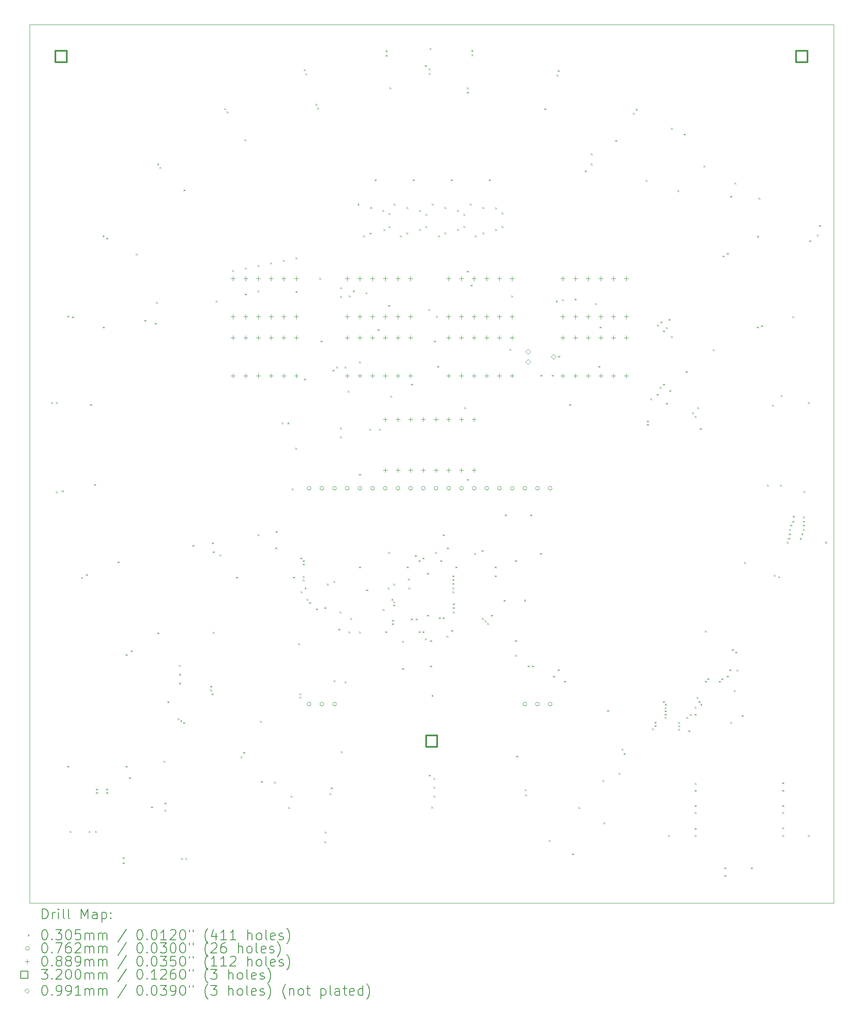
<source format=gbr>
%TF.GenerationSoftware,KiCad,Pcbnew,9.0.4*%
%TF.CreationDate,2025-09-16T15:39:37-04:00*%
%TF.ProjectId,mini-lhc-display,6d696e69-2d6c-4686-932d-646973706c61,rev?*%
%TF.SameCoordinates,Original*%
%TF.FileFunction,Drillmap*%
%TF.FilePolarity,Positive*%
%FSLAX45Y45*%
G04 Gerber Fmt 4.5, Leading zero omitted, Abs format (unit mm)*
G04 Created by KiCad (PCBNEW 9.0.4) date 2025-09-16 15:39:37*
%MOMM*%
%LPD*%
G01*
G04 APERTURE LIST*
%ADD10C,0.050000*%
%ADD11C,0.200000*%
%ADD12C,0.100000*%
%ADD13C,0.320000*%
G04 APERTURE END LIST*
D10*
X17678400Y-19761200D02*
X17678400Y-2184400D01*
X1574800Y-2184400D02*
X1574800Y-19761200D01*
X1574800Y-19761200D02*
X17678400Y-19761200D01*
X17678400Y-2184400D02*
X1574800Y-2184400D01*
D11*
D12*
X2011827Y-9738955D02*
X2042307Y-9769435D01*
X2042307Y-9738955D02*
X2011827Y-9769435D01*
X2102048Y-11521374D02*
X2132528Y-11551854D01*
X2132528Y-11521374D02*
X2102048Y-11551854D01*
X2105660Y-9738360D02*
X2136140Y-9768840D01*
X2136140Y-9738360D02*
X2105660Y-9768840D01*
X2219960Y-11503660D02*
X2250440Y-11534140D01*
X2250440Y-11503660D02*
X2219960Y-11534140D01*
X2330115Y-8006981D02*
X2360595Y-8037461D01*
X2360595Y-8006981D02*
X2330115Y-8037461D01*
X2334260Y-17015460D02*
X2364740Y-17045940D01*
X2364740Y-17015460D02*
X2334260Y-17045940D01*
X2377260Y-18319414D02*
X2407740Y-18349894D01*
X2407740Y-18319414D02*
X2377260Y-18349894D01*
X2423160Y-8023860D02*
X2453640Y-8054340D01*
X2453640Y-8023860D02*
X2423160Y-8054340D01*
X2608540Y-13237529D02*
X2639020Y-13268009D01*
X2639020Y-13237529D02*
X2608540Y-13268009D01*
X2702560Y-13180060D02*
X2733040Y-13210540D01*
X2733040Y-13180060D02*
X2702560Y-13210540D01*
X2758260Y-18319414D02*
X2788740Y-18349894D01*
X2788740Y-18319414D02*
X2758260Y-18349894D01*
X2791460Y-9776460D02*
X2821940Y-9806940D01*
X2821940Y-9776460D02*
X2791460Y-9806940D01*
X2867660Y-11376660D02*
X2898140Y-11407140D01*
X2898140Y-11376660D02*
X2867660Y-11407140D01*
X2885260Y-18319414D02*
X2915740Y-18349894D01*
X2915740Y-18319414D02*
X2885260Y-18349894D01*
X2905760Y-17472660D02*
X2936240Y-17503140D01*
X2936240Y-17472660D02*
X2905760Y-17503140D01*
X2905760Y-17538700D02*
X2936240Y-17569180D01*
X2936240Y-17538700D02*
X2905760Y-17569180D01*
X3039587Y-6399725D02*
X3070067Y-6430205D01*
X3070067Y-6399725D02*
X3039587Y-6430205D01*
X3045460Y-8227060D02*
X3075940Y-8257540D01*
X3075940Y-8227060D02*
X3045460Y-8257540D01*
X3108960Y-6449060D02*
X3139440Y-6479540D01*
X3139440Y-6449060D02*
X3108960Y-6479540D01*
X3108960Y-17472660D02*
X3139440Y-17503140D01*
X3139440Y-17472660D02*
X3108960Y-17503140D01*
X3108960Y-17538700D02*
X3139440Y-17569180D01*
X3139440Y-17538700D02*
X3108960Y-17569180D01*
X3337560Y-12926060D02*
X3368040Y-12956540D01*
X3368040Y-12926060D02*
X3337560Y-12956540D01*
X3439160Y-18844260D02*
X3469640Y-18874740D01*
X3469640Y-18844260D02*
X3439160Y-18874740D01*
X3439160Y-18945860D02*
X3469640Y-18976340D01*
X3469640Y-18945860D02*
X3439160Y-18976340D01*
X3502660Y-14780260D02*
X3533140Y-14810740D01*
X3533140Y-14780260D02*
X3502660Y-14810740D01*
X3502660Y-17015460D02*
X3533140Y-17045940D01*
X3533140Y-17015460D02*
X3502660Y-17045940D01*
X3566160Y-17244060D02*
X3596640Y-17274540D01*
X3596640Y-17244060D02*
X3566160Y-17274540D01*
X3604260Y-14704060D02*
X3634740Y-14734540D01*
X3634740Y-14704060D02*
X3604260Y-14734540D01*
X3705860Y-6766560D02*
X3736340Y-6797040D01*
X3736340Y-6766560D02*
X3705860Y-6797040D01*
X3870960Y-8088582D02*
X3901440Y-8119062D01*
X3901440Y-8088582D02*
X3870960Y-8119062D01*
X4010660Y-17828260D02*
X4041140Y-17858740D01*
X4041140Y-17828260D02*
X4010660Y-17858740D01*
X4086860Y-8150860D02*
X4117340Y-8181340D01*
X4117340Y-8150860D02*
X4086860Y-8181340D01*
X4112260Y-7731760D02*
X4142740Y-7762240D01*
X4142740Y-7731760D02*
X4112260Y-7762240D01*
X4129824Y-4962945D02*
X4160304Y-4993425D01*
X4160304Y-4962945D02*
X4129824Y-4993425D01*
X4137660Y-14348460D02*
X4168140Y-14378940D01*
X4168140Y-14348460D02*
X4137660Y-14378940D01*
X4176361Y-5027240D02*
X4206841Y-5057720D01*
X4206841Y-5027240D02*
X4176361Y-5057720D01*
X4257040Y-16911320D02*
X4287520Y-16941800D01*
X4287520Y-16911320D02*
X4257040Y-16941800D01*
X4277360Y-17752060D02*
X4307840Y-17782540D01*
X4307840Y-17752060D02*
X4277360Y-17782540D01*
X4277360Y-17891760D02*
X4307840Y-17922240D01*
X4307840Y-17891760D02*
X4277360Y-17922240D01*
X4334923Y-15724659D02*
X4365403Y-15755139D01*
X4365403Y-15724659D02*
X4334923Y-15755139D01*
X4544060Y-16062960D02*
X4574540Y-16093440D01*
X4574540Y-16062960D02*
X4544060Y-16093440D01*
X4569460Y-14996160D02*
X4599940Y-15026640D01*
X4599940Y-14996160D02*
X4569460Y-15026640D01*
X4572620Y-15173960D02*
X4603100Y-15204440D01*
X4603100Y-15173960D02*
X4572620Y-15204440D01*
X4572620Y-15351760D02*
X4603100Y-15382240D01*
X4603100Y-15351760D02*
X4572620Y-15382240D01*
X4596892Y-16102584D02*
X4627372Y-16133064D01*
X4627372Y-16102584D02*
X4596892Y-16133064D01*
X4607560Y-18856960D02*
X4638040Y-18887440D01*
X4638040Y-18856960D02*
X4607560Y-18887440D01*
X4649724Y-16142208D02*
X4680204Y-16172688D01*
X4680204Y-16142208D02*
X4649724Y-16172688D01*
X4658360Y-5483860D02*
X4688840Y-5514340D01*
X4688840Y-5483860D02*
X4658360Y-5514340D01*
X4696460Y-18856960D02*
X4726940Y-18887440D01*
X4726940Y-18856960D02*
X4696460Y-18887440D01*
X4836160Y-12595860D02*
X4866640Y-12626340D01*
X4866640Y-12595860D02*
X4836160Y-12626340D01*
X5191760Y-15415260D02*
X5222240Y-15445740D01*
X5222240Y-15415260D02*
X5191760Y-15445740D01*
X5194661Y-15484201D02*
X5225141Y-15514681D01*
X5225141Y-15484201D02*
X5194661Y-15514681D01*
X5217160Y-15567660D02*
X5247640Y-15598140D01*
X5247640Y-15567660D02*
X5217160Y-15598140D01*
X5229860Y-12545060D02*
X5260340Y-12575540D01*
X5260340Y-12545060D02*
X5229860Y-12575540D01*
X5242560Y-12722860D02*
X5273040Y-12753340D01*
X5273040Y-12722860D02*
X5242560Y-12753340D01*
X5242560Y-14335760D02*
X5273040Y-14366240D01*
X5273040Y-14335760D02*
X5242560Y-14366240D01*
X5306060Y-7706360D02*
X5336540Y-7736840D01*
X5336540Y-7706360D02*
X5306060Y-7736840D01*
X5382260Y-12786360D02*
X5412740Y-12816840D01*
X5412740Y-12786360D02*
X5382260Y-12816840D01*
X5478240Y-3855330D02*
X5508720Y-3885810D01*
X5508720Y-3855330D02*
X5478240Y-3885810D01*
X5522048Y-3921897D02*
X5552528Y-3952377D01*
X5552528Y-3921897D02*
X5522048Y-3952377D01*
X5636260Y-7096760D02*
X5666740Y-7127240D01*
X5666740Y-7096760D02*
X5636260Y-7127240D01*
X5712460Y-13230860D02*
X5742940Y-13261340D01*
X5742940Y-13230860D02*
X5712460Y-13261340D01*
X5801360Y-16824960D02*
X5831840Y-16855440D01*
X5831840Y-16824960D02*
X5801360Y-16855440D01*
X5852160Y-16736060D02*
X5882640Y-16766540D01*
X5882640Y-16736060D02*
X5852160Y-16766540D01*
X5877560Y-4480560D02*
X5908040Y-4511040D01*
X5908040Y-4480560D02*
X5877560Y-4511040D01*
X5890260Y-7045960D02*
X5920740Y-7076440D01*
X5920740Y-7045960D02*
X5890260Y-7076440D01*
X5890260Y-7566660D02*
X5920740Y-7597140D01*
X5920740Y-7566660D02*
X5890260Y-7597140D01*
X6144260Y-6995320D02*
X6174740Y-7025800D01*
X6174740Y-6995320D02*
X6144260Y-7025800D01*
X6144260Y-7503160D02*
X6174740Y-7533640D01*
X6174740Y-7503160D02*
X6144260Y-7533640D01*
X6144260Y-12379960D02*
X6174740Y-12410440D01*
X6174740Y-12379960D02*
X6144260Y-12410440D01*
X6195060Y-16113760D02*
X6225540Y-16144240D01*
X6225540Y-16113760D02*
X6195060Y-16144240D01*
X6207760Y-17320260D02*
X6238240Y-17350740D01*
X6238240Y-17320260D02*
X6207760Y-17350740D01*
X6398260Y-6944360D02*
X6428740Y-6974840D01*
X6428740Y-6944360D02*
X6398260Y-6974840D01*
X6474460Y-17332960D02*
X6504940Y-17363440D01*
X6504940Y-17332960D02*
X6474460Y-17363440D01*
X6499860Y-12646660D02*
X6530340Y-12677140D01*
X6530340Y-12646660D02*
X6499860Y-12677140D01*
X6504240Y-12316460D02*
X6534720Y-12346940D01*
X6534720Y-12316460D02*
X6504240Y-12346940D01*
X6626860Y-10144760D02*
X6657340Y-10175240D01*
X6657340Y-10144760D02*
X6626860Y-10175240D01*
X6652260Y-6893720D02*
X6682740Y-6924200D01*
X6682740Y-6893720D02*
X6652260Y-6924200D01*
X6737660Y-10144760D02*
X6768140Y-10175240D01*
X6768140Y-10144760D02*
X6737660Y-10175240D01*
X6753860Y-17840960D02*
X6784340Y-17871440D01*
X6784340Y-17840960D02*
X6753860Y-17871440D01*
X6804660Y-17612360D02*
X6835140Y-17642840D01*
X6835140Y-17612360D02*
X6804660Y-17642840D01*
X6830060Y-11465560D02*
X6860540Y-11496040D01*
X6860540Y-11465560D02*
X6830060Y-11496040D01*
X6855460Y-13230860D02*
X6885940Y-13261340D01*
X6885940Y-13230860D02*
X6855460Y-13261340D01*
X6893560Y-10652760D02*
X6924040Y-10683240D01*
X6924040Y-10652760D02*
X6893560Y-10683240D01*
X6906260Y-6843080D02*
X6936740Y-6873560D01*
X6936740Y-6843080D02*
X6906260Y-6873560D01*
X6906260Y-7515860D02*
X6936740Y-7546340D01*
X6936740Y-7515860D02*
X6906260Y-7546340D01*
X6954520Y-14564360D02*
X6985000Y-14594840D01*
X6985000Y-14564360D02*
X6954520Y-14594840D01*
X6979559Y-15562219D02*
X7010039Y-15592699D01*
X7010039Y-15562219D02*
X6979559Y-15592699D01*
X6982460Y-15631160D02*
X7012940Y-15661640D01*
X7012940Y-15631160D02*
X6982460Y-15661640D01*
X6995160Y-12847828D02*
X7025640Y-12878308D01*
X7025640Y-12847828D02*
X6995160Y-12878308D01*
X7007860Y-13522960D02*
X7038340Y-13553440D01*
X7038340Y-13522960D02*
X7007860Y-13553440D01*
X7045960Y-12900660D02*
X7076440Y-12931140D01*
X7076440Y-12900660D02*
X7045960Y-12931140D01*
X7045960Y-12966700D02*
X7076440Y-12997180D01*
X7076440Y-12966700D02*
X7045960Y-12997180D01*
X7045960Y-13218160D02*
X7076440Y-13248640D01*
X7076440Y-13218160D02*
X7045960Y-13248640D01*
X7045960Y-13284200D02*
X7076440Y-13314680D01*
X7076440Y-13284200D02*
X7045960Y-13314680D01*
X7068826Y-3077535D02*
X7099306Y-3108015D01*
X7099306Y-3077535D02*
X7068826Y-3108015D01*
X7071120Y-9268460D02*
X7101600Y-9298940D01*
X7101600Y-9268460D02*
X7071120Y-9298940D01*
X7086500Y-13446760D02*
X7116980Y-13477240D01*
X7116980Y-13446760D02*
X7086500Y-13477240D01*
X7096760Y-3159760D02*
X7127240Y-3190240D01*
X7127240Y-3159760D02*
X7096760Y-3190240D01*
X7122160Y-13675360D02*
X7152640Y-13705840D01*
X7152640Y-13675360D02*
X7122160Y-13705840D01*
X7172960Y-13738860D02*
X7203440Y-13769340D01*
X7203440Y-13738860D02*
X7172960Y-13769340D01*
X7299960Y-3769360D02*
X7330440Y-3799840D01*
X7330440Y-3769360D02*
X7299960Y-3799840D01*
X7312660Y-13865860D02*
X7343140Y-13896340D01*
X7343140Y-13865860D02*
X7312660Y-13896340D01*
X7338060Y-3845560D02*
X7368540Y-3876040D01*
X7368540Y-3845560D02*
X7338060Y-3876040D01*
X7376160Y-7249160D02*
X7406640Y-7279640D01*
X7406640Y-7249160D02*
X7376160Y-7279640D01*
X7401560Y-8506460D02*
X7432040Y-8536940D01*
X7432040Y-8506460D02*
X7401560Y-8536940D01*
X7477760Y-13840460D02*
X7508240Y-13870940D01*
X7508240Y-13840460D02*
X7477760Y-13870940D01*
X7477760Y-18526760D02*
X7508240Y-18557240D01*
X7508240Y-18526760D02*
X7477760Y-18557240D01*
X7486847Y-18332995D02*
X7517327Y-18363475D01*
X7517327Y-18332995D02*
X7486847Y-18363475D01*
X7528560Y-13370560D02*
X7559040Y-13401040D01*
X7559040Y-13370560D02*
X7528560Y-13401040D01*
X7579360Y-17561560D02*
X7609840Y-17592040D01*
X7609840Y-17561560D02*
X7579360Y-17592040D01*
X7604760Y-17447260D02*
X7635240Y-17477740D01*
X7635240Y-17447260D02*
X7604760Y-17477740D01*
X7642860Y-9090660D02*
X7673340Y-9121140D01*
X7673340Y-9090660D02*
X7642860Y-9121140D01*
X7661910Y-13313410D02*
X7692390Y-13343890D01*
X7692390Y-13313410D02*
X7661910Y-13343890D01*
X7668260Y-15300960D02*
X7698740Y-15331440D01*
X7698740Y-15300960D02*
X7668260Y-15331440D01*
X7719060Y-9027160D02*
X7749540Y-9057640D01*
X7749540Y-9027160D02*
X7719060Y-9057640D01*
X7757160Y-14272260D02*
X7787640Y-14302740D01*
X7787640Y-14272260D02*
X7757160Y-14302740D01*
X7782560Y-13929360D02*
X7813040Y-13959840D01*
X7813040Y-13929360D02*
X7782560Y-13959840D01*
X7795260Y-10246360D02*
X7825740Y-10276840D01*
X7825740Y-10246360D02*
X7795260Y-10276840D01*
X7795260Y-10424160D02*
X7825740Y-10454640D01*
X7825740Y-10424160D02*
X7795260Y-10454640D01*
X7796910Y-7439660D02*
X7827390Y-7470140D01*
X7827390Y-7439660D02*
X7796910Y-7470140D01*
X7796910Y-7617460D02*
X7827390Y-7647940D01*
X7827390Y-7617460D02*
X7796910Y-7647940D01*
X7807960Y-16723360D02*
X7838440Y-16753840D01*
X7838440Y-16723360D02*
X7807960Y-16753840D01*
X7884160Y-9027160D02*
X7914640Y-9057640D01*
X7914640Y-9027160D02*
X7884160Y-9057640D01*
X7884160Y-15326360D02*
X7914640Y-15356840D01*
X7914640Y-15326360D02*
X7884160Y-15356840D01*
X7947660Y-9509760D02*
X7978140Y-9540240D01*
X7978140Y-9509760D02*
X7947660Y-9540240D01*
X7960360Y-14327910D02*
X7990840Y-14358390D01*
X7990840Y-14327910D02*
X7960360Y-14358390D01*
X7973060Y-7604760D02*
X8003540Y-7635240D01*
X8003540Y-7604760D02*
X7973060Y-7635240D01*
X7998460Y-14056360D02*
X8028940Y-14086840D01*
X8028940Y-14056360D02*
X7998460Y-14086840D01*
X8050910Y-7503160D02*
X8081390Y-7533640D01*
X8081390Y-7503160D02*
X8050910Y-7533640D01*
X8143240Y-5768340D02*
X8173720Y-5798820D01*
X8173720Y-5768340D02*
X8143240Y-5798820D01*
X8176260Y-8925560D02*
X8206740Y-8956040D01*
X8206740Y-8925560D02*
X8176260Y-8956040D01*
X8176260Y-11173460D02*
X8206740Y-11203940D01*
X8206740Y-11173460D02*
X8176260Y-11203940D01*
X8176260Y-13027660D02*
X8206740Y-13058140D01*
X8206740Y-13027660D02*
X8176260Y-13058140D01*
X8176260Y-14327910D02*
X8206740Y-14358390D01*
X8206740Y-14327910D02*
X8176260Y-14358390D01*
X8257540Y-6403340D02*
X8288020Y-6433820D01*
X8288020Y-6403340D02*
X8257540Y-6433820D01*
X8304910Y-7541260D02*
X8335390Y-7571740D01*
X8335390Y-7541260D02*
X8304910Y-7571740D01*
X8315960Y-13484860D02*
X8346440Y-13515340D01*
X8346440Y-13484860D02*
X8315960Y-13515340D01*
X8379460Y-10271760D02*
X8409940Y-10302240D01*
X8409940Y-10271760D02*
X8379460Y-10302240D01*
X8384540Y-6347460D02*
X8415020Y-6377940D01*
X8415020Y-6347460D02*
X8384540Y-6377940D01*
X8397240Y-5831840D02*
X8427720Y-5862320D01*
X8427720Y-5831840D02*
X8397240Y-5862320D01*
X8486140Y-5280660D02*
X8516620Y-5311140D01*
X8516620Y-5280660D02*
X8486140Y-5311140D01*
X8544560Y-8277860D02*
X8575040Y-8308340D01*
X8575040Y-8277860D02*
X8544560Y-8308340D01*
X8569960Y-10271760D02*
X8600440Y-10302240D01*
X8600440Y-10271760D02*
X8569960Y-10302240D01*
X8638540Y-5895340D02*
X8669020Y-5925820D01*
X8669020Y-5895340D02*
X8638540Y-5925820D01*
X8646160Y-13878560D02*
X8676640Y-13909040D01*
X8676640Y-13878560D02*
X8646160Y-13909040D01*
X8663940Y-6276340D02*
X8694420Y-6306820D01*
X8694420Y-6276340D02*
X8663940Y-6306820D01*
X8696960Y-14323060D02*
X8727440Y-14353540D01*
X8727440Y-14323060D02*
X8696960Y-14353540D01*
X8708986Y-2698381D02*
X8739466Y-2728861D01*
X8739466Y-2698381D02*
X8708986Y-2728861D01*
X8709660Y-2791460D02*
X8740140Y-2821940D01*
X8740140Y-2791460D02*
X8709660Y-2821940D01*
X8747760Y-13446760D02*
X8778240Y-13477240D01*
X8778240Y-13446760D02*
X8747760Y-13477240D01*
X8760460Y-7795260D02*
X8790940Y-7825740D01*
X8790940Y-7795260D02*
X8760460Y-7825740D01*
X8760460Y-12735560D02*
X8790940Y-12766040D01*
X8790940Y-12735560D02*
X8760460Y-12766040D01*
X8765540Y-5951220D02*
X8796020Y-5981700D01*
X8796020Y-5951220D02*
X8765540Y-5981700D01*
X8769350Y-6212840D02*
X8799830Y-6243320D01*
X8799830Y-6212840D02*
X8769350Y-6243320D01*
X8785860Y-3439160D02*
X8816340Y-3469640D01*
X8816340Y-3439160D02*
X8785860Y-3469640D01*
X8798560Y-9611360D02*
X8829040Y-9641840D01*
X8829040Y-9611360D02*
X8798560Y-9641840D01*
X8821138Y-13671786D02*
X8851618Y-13702266D01*
X8851618Y-13671786D02*
X8821138Y-13702266D01*
X8836660Y-14094460D02*
X8867140Y-14124940D01*
X8867140Y-14094460D02*
X8836660Y-14124940D01*
X8836660Y-14160500D02*
X8867140Y-14190980D01*
X8867140Y-14160500D02*
X8836660Y-14190980D01*
X8862060Y-13370560D02*
X8892540Y-13401040D01*
X8892540Y-13370560D02*
X8862060Y-13401040D01*
X8862060Y-13723620D02*
X8892540Y-13754100D01*
X8892540Y-13723620D02*
X8862060Y-13754100D01*
X8862060Y-13789660D02*
X8892540Y-13820140D01*
X8892540Y-13789660D02*
X8862060Y-13820140D01*
X8867140Y-5768340D02*
X8897620Y-5798820D01*
X8897620Y-5768340D02*
X8867140Y-5798820D01*
X8994140Y-6403340D02*
X9024620Y-6433820D01*
X9024620Y-6403340D02*
X8994140Y-6433820D01*
X9039860Y-14513560D02*
X9070340Y-14544040D01*
X9070340Y-14513560D02*
X9039860Y-14544040D01*
X9039860Y-15059660D02*
X9070340Y-15090140D01*
X9070340Y-15059660D02*
X9039860Y-15090140D01*
X9121140Y-5831840D02*
X9151620Y-5862320D01*
X9151620Y-5831840D02*
X9121140Y-5862320D01*
X9121140Y-6339840D02*
X9151620Y-6370320D01*
X9151620Y-6339840D02*
X9121140Y-6370320D01*
X9128760Y-13027660D02*
X9159240Y-13058140D01*
X9159240Y-13027660D02*
X9128760Y-13058140D01*
X9154670Y-13268960D02*
X9185150Y-13299440D01*
X9185150Y-13268960D02*
X9154670Y-13299440D01*
X9166860Y-13446760D02*
X9197340Y-13477240D01*
X9197340Y-13446760D02*
X9166860Y-13477240D01*
X9217660Y-9370060D02*
X9248140Y-9400540D01*
X9248140Y-9370060D02*
X9217660Y-9400540D01*
X9217660Y-14069060D02*
X9248140Y-14099540D01*
X9248140Y-14069060D02*
X9217660Y-14099540D01*
X9248140Y-5280660D02*
X9278620Y-5311140D01*
X9278620Y-5280660D02*
X9248140Y-5311140D01*
X9293260Y-12797028D02*
X9323740Y-12827508D01*
X9323740Y-12797028D02*
X9293260Y-12827508D01*
X9306560Y-14069060D02*
X9337040Y-14099540D01*
X9337040Y-14069060D02*
X9306560Y-14099540D01*
X9370060Y-12900660D02*
X9400540Y-12931140D01*
X9400540Y-12900660D02*
X9370060Y-12931140D01*
X9370060Y-14323060D02*
X9400540Y-14353540D01*
X9400540Y-14323060D02*
X9370060Y-14353540D01*
X9375140Y-5895340D02*
X9405620Y-5925820D01*
X9405620Y-5895340D02*
X9375140Y-5925820D01*
X9375140Y-6276340D02*
X9405620Y-6306820D01*
X9405620Y-6276340D02*
X9375140Y-6306820D01*
X9446260Y-12849860D02*
X9476740Y-12880340D01*
X9476740Y-12849860D02*
X9446260Y-12880340D01*
X9446260Y-14323060D02*
X9476740Y-14353540D01*
X9476740Y-14323060D02*
X9446260Y-14353540D01*
X9497060Y-2994660D02*
X9527540Y-3025140D01*
X9527540Y-2994660D02*
X9497060Y-3025140D01*
X9497060Y-14462760D02*
X9527540Y-14493240D01*
X9527540Y-14462760D02*
X9497060Y-14493240D01*
X9502140Y-5971540D02*
X9532620Y-6002020D01*
X9532620Y-5971540D02*
X9502140Y-6002020D01*
X9502140Y-6212840D02*
X9532620Y-6243320D01*
X9532620Y-6212840D02*
X9502140Y-6243320D01*
X9535160Y-13154660D02*
X9565640Y-13185140D01*
X9565640Y-13154660D02*
X9535160Y-13185140D01*
X9535160Y-13992860D02*
X9565640Y-14023340D01*
X9565640Y-13992860D02*
X9535160Y-14023340D01*
X9560560Y-7876420D02*
X9591040Y-7906900D01*
X9591040Y-7876420D02*
X9560560Y-7906900D01*
X9570720Y-17190720D02*
X9601200Y-17221200D01*
X9601200Y-17190720D02*
X9570720Y-17221200D01*
X9573260Y-3058160D02*
X9603740Y-3088640D01*
X9603740Y-3058160D02*
X9573260Y-3088640D01*
X9573260Y-3149500D02*
X9603740Y-3179980D01*
X9603740Y-3149500D02*
X9573260Y-3179980D01*
X9585960Y-2649220D02*
X9616440Y-2679700D01*
X9616440Y-2649220D02*
X9585960Y-2679700D01*
X9598660Y-14500860D02*
X9629140Y-14531340D01*
X9629140Y-14500860D02*
X9598660Y-14531340D01*
X9598660Y-15008860D02*
X9629140Y-15039340D01*
X9629140Y-15008860D02*
X9598660Y-15039340D01*
X9622134Y-17830768D02*
X9652614Y-17861248D01*
X9652614Y-17830768D02*
X9622134Y-17861248D01*
X9626600Y-15595600D02*
X9657080Y-15626080D01*
X9657080Y-15595600D02*
X9626600Y-15626080D01*
X9629140Y-5768340D02*
X9659620Y-5798820D01*
X9659620Y-5768340D02*
X9629140Y-5798820D01*
X9662160Y-17256760D02*
X9692640Y-17287240D01*
X9692640Y-17256760D02*
X9662160Y-17287240D01*
X9662160Y-17434560D02*
X9692640Y-17465040D01*
X9692640Y-17434560D02*
X9662160Y-17465040D01*
X9662160Y-17612360D02*
X9692640Y-17642840D01*
X9692640Y-17612360D02*
X9662160Y-17642840D01*
X9674860Y-8506460D02*
X9705340Y-8536940D01*
X9705340Y-8506460D02*
X9674860Y-8536940D01*
X9700260Y-12735560D02*
X9730740Y-12766040D01*
X9730740Y-12735560D02*
X9700260Y-12766040D01*
X9712960Y-8011160D02*
X9743440Y-8041640D01*
X9743440Y-8011160D02*
X9712960Y-8041640D01*
X9738360Y-9014460D02*
X9768840Y-9044940D01*
X9768840Y-9014460D02*
X9738360Y-9044940D01*
X9756140Y-6403340D02*
X9786620Y-6433820D01*
X9786620Y-6403340D02*
X9756140Y-6433820D01*
X9773260Y-14043660D02*
X9803740Y-14074140D01*
X9803740Y-14043660D02*
X9773260Y-14074140D01*
X9801860Y-12900660D02*
X9832340Y-12931140D01*
X9832340Y-12900660D02*
X9801860Y-12931140D01*
X9852660Y-12382500D02*
X9883140Y-12412980D01*
X9883140Y-12382500D02*
X9852660Y-12412980D01*
X9852660Y-14043660D02*
X9883140Y-14074140D01*
X9883140Y-14043660D02*
X9852660Y-14074140D01*
X9883140Y-5831840D02*
X9913620Y-5862320D01*
X9913620Y-5831840D02*
X9883140Y-5862320D01*
X9883140Y-6339840D02*
X9913620Y-6370320D01*
X9913620Y-6339840D02*
X9883140Y-6370320D01*
X9928860Y-14411960D02*
X9959340Y-14442440D01*
X9959340Y-14411960D02*
X9928860Y-14442440D01*
X9933260Y-12646660D02*
X9963740Y-12677140D01*
X9963740Y-12646660D02*
X9933260Y-12677140D01*
X10010140Y-5280660D02*
X10040620Y-5311140D01*
X10040620Y-5280660D02*
X10010140Y-5311140D01*
X10017760Y-14297660D02*
X10048240Y-14328140D01*
X10048240Y-14297660D02*
X10017760Y-14328140D01*
X10043160Y-13205460D02*
X10073640Y-13235940D01*
X10073640Y-13205460D02*
X10043160Y-13235940D01*
X10043160Y-13281660D02*
X10073640Y-13312140D01*
X10073640Y-13281660D02*
X10043160Y-13312140D01*
X10043160Y-13357860D02*
X10073640Y-13388340D01*
X10073640Y-13357860D02*
X10043160Y-13388340D01*
X10043160Y-13446760D02*
X10073640Y-13477240D01*
X10073640Y-13446760D02*
X10043160Y-13477240D01*
X10043160Y-13522960D02*
X10073640Y-13553440D01*
X10073640Y-13522960D02*
X10043160Y-13553440D01*
X10055860Y-13764260D02*
X10086340Y-13794740D01*
X10086340Y-13764260D02*
X10055860Y-13794740D01*
X10055860Y-13840460D02*
X10086340Y-13870940D01*
X10086340Y-13840460D02*
X10055860Y-13870940D01*
X10055860Y-13929360D02*
X10086340Y-13959840D01*
X10086340Y-13929360D02*
X10055860Y-13959840D01*
X10106660Y-13027660D02*
X10137140Y-13058140D01*
X10137140Y-13027660D02*
X10106660Y-13058140D01*
X10137140Y-5895340D02*
X10167620Y-5925820D01*
X10167620Y-5895340D02*
X10137140Y-5925820D01*
X10137140Y-6276340D02*
X10167620Y-6306820D01*
X10167620Y-6276340D02*
X10137140Y-6306820D01*
X10264140Y-5971540D02*
X10294620Y-6002020D01*
X10294620Y-5971540D02*
X10264140Y-6002020D01*
X10264140Y-6212840D02*
X10294620Y-6243320D01*
X10294620Y-6212840D02*
X10264140Y-6243320D01*
X10284460Y-9839960D02*
X10314940Y-9870440D01*
X10314940Y-9839960D02*
X10284460Y-9870440D01*
X10335260Y-3439160D02*
X10365740Y-3469640D01*
X10365740Y-3439160D02*
X10335260Y-3469640D01*
X10335260Y-3528060D02*
X10365740Y-3558540D01*
X10365740Y-3528060D02*
X10335260Y-3558540D01*
X10335260Y-7109460D02*
X10365740Y-7139940D01*
X10365740Y-7109460D02*
X10335260Y-7139940D01*
X10335260Y-11275060D02*
X10365740Y-11305540D01*
X10365740Y-11275060D02*
X10335260Y-11305540D01*
X10391140Y-5768340D02*
X10421620Y-5798820D01*
X10421620Y-5768340D02*
X10391140Y-5798820D01*
X10411460Y-7388860D02*
X10441940Y-7419340D01*
X10441940Y-7388860D02*
X10411460Y-7419340D01*
X10422631Y-2695182D02*
X10453111Y-2725662D01*
X10453111Y-2695182D02*
X10422631Y-2725662D01*
X10424160Y-2778760D02*
X10454640Y-2809240D01*
X10454640Y-2778760D02*
X10424160Y-2809240D01*
X10481310Y-12754610D02*
X10511790Y-12785090D01*
X10511790Y-12754610D02*
X10481310Y-12785090D01*
X10492740Y-6403340D02*
X10523220Y-6433820D01*
X10523220Y-6403340D02*
X10492740Y-6433820D01*
X10627360Y-12697460D02*
X10657840Y-12727940D01*
X10657840Y-12697460D02*
X10627360Y-12727940D01*
X10640060Y-14056360D02*
X10670540Y-14086840D01*
X10670540Y-14056360D02*
X10640060Y-14086840D01*
X10645140Y-5831840D02*
X10675620Y-5862320D01*
X10675620Y-5831840D02*
X10645140Y-5862320D01*
X10645140Y-6339840D02*
X10675620Y-6370320D01*
X10675620Y-6339840D02*
X10645140Y-6370320D01*
X10688828Y-14107160D02*
X10719308Y-14137640D01*
X10719308Y-14107160D02*
X10688828Y-14137640D01*
X10741660Y-14157960D02*
X10772140Y-14188440D01*
X10772140Y-14157960D02*
X10741660Y-14188440D01*
X10772140Y-5280660D02*
X10802620Y-5311140D01*
X10802620Y-5280660D02*
X10772140Y-5311140D01*
X10817860Y-13992860D02*
X10848340Y-14023340D01*
X10848340Y-13992860D02*
X10817860Y-14023340D01*
X10894060Y-13027660D02*
X10924540Y-13058140D01*
X10924540Y-13027660D02*
X10894060Y-13058140D01*
X10894060Y-13205460D02*
X10924540Y-13235940D01*
X10924540Y-13205460D02*
X10894060Y-13235940D01*
X10899140Y-5844540D02*
X10929620Y-5875020D01*
X10929620Y-5844540D02*
X10899140Y-5875020D01*
X10899140Y-6276340D02*
X10929620Y-6306820D01*
X10929620Y-6276340D02*
X10899140Y-6306820D01*
X11026140Y-5946140D02*
X11056620Y-5976620D01*
X11056620Y-5946140D02*
X11026140Y-5976620D01*
X11026140Y-6212840D02*
X11056620Y-6243320D01*
X11056620Y-6212840D02*
X11026140Y-6243320D01*
X11069320Y-13695680D02*
X11099800Y-13726160D01*
X11099800Y-13695680D02*
X11069320Y-13726160D01*
X11097260Y-11986260D02*
X11127740Y-12016740D01*
X11127740Y-11986260D02*
X11097260Y-12016740D01*
X11186160Y-8671560D02*
X11216640Y-8702040D01*
X11216640Y-8671560D02*
X11186160Y-8702040D01*
X11224260Y-7604760D02*
X11254740Y-7635240D01*
X11254740Y-7604760D02*
X11224260Y-7635240D01*
X11300460Y-12900660D02*
X11330940Y-12931140D01*
X11330940Y-12900660D02*
X11300460Y-12931140D01*
X11300460Y-14500860D02*
X11330940Y-14531340D01*
X11330940Y-14500860D02*
X11300460Y-14531340D01*
X11300460Y-14793460D02*
X11330940Y-14823940D01*
X11330940Y-14793460D02*
X11300460Y-14823940D01*
X11325860Y-16812260D02*
X11356340Y-16842740D01*
X11356340Y-16812260D02*
X11325860Y-16842740D01*
X11480800Y-13690600D02*
X11511280Y-13721080D01*
X11511280Y-13690600D02*
X11480800Y-13721080D01*
X11490960Y-17485360D02*
X11521440Y-17515840D01*
X11521440Y-17485360D02*
X11490960Y-17515840D01*
X11503660Y-17586960D02*
X11534140Y-17617440D01*
X11534140Y-17586960D02*
X11503660Y-17617440D01*
X11554460Y-15008860D02*
X11584940Y-15039340D01*
X11584940Y-15008860D02*
X11554460Y-15039340D01*
X11605260Y-11986260D02*
X11635740Y-12016740D01*
X11635740Y-11986260D02*
X11605260Y-12016740D01*
X11637010Y-15008860D02*
X11667490Y-15039340D01*
X11667490Y-15008860D02*
X11637010Y-15039340D01*
X11795760Y-12754610D02*
X11826240Y-12785090D01*
X11826240Y-12754610D02*
X11795760Y-12785090D01*
X11808460Y-9192260D02*
X11838940Y-9222740D01*
X11838940Y-9192260D02*
X11808460Y-9222740D01*
X11884660Y-3858260D02*
X11915140Y-3888740D01*
X11915140Y-3858260D02*
X11884660Y-3888740D01*
X11973245Y-18499428D02*
X12003725Y-18529908D01*
X12003725Y-18499428D02*
X11973245Y-18529908D01*
X12037060Y-9192260D02*
X12067540Y-9222740D01*
X12067540Y-9192260D02*
X12037060Y-9222740D01*
X12062460Y-15212060D02*
X12092940Y-15242540D01*
X12092940Y-15212060D02*
X12062460Y-15242540D01*
X12114750Y-7706360D02*
X12145230Y-7736840D01*
X12145230Y-7706360D02*
X12114750Y-7736840D01*
X12125960Y-3185160D02*
X12156440Y-3215640D01*
X12156440Y-3185160D02*
X12125960Y-3215640D01*
X12151360Y-15085060D02*
X12181840Y-15115540D01*
X12181840Y-15085060D02*
X12151360Y-15115540D01*
X12152838Y-3096202D02*
X12183318Y-3126682D01*
X12183318Y-3096202D02*
X12152838Y-3126682D01*
X12164060Y-8811260D02*
X12194540Y-8841740D01*
X12194540Y-8811260D02*
X12164060Y-8841740D01*
X12240260Y-7680960D02*
X12270740Y-7711440D01*
X12270740Y-7680960D02*
X12240260Y-7711440D01*
X12278360Y-15313660D02*
X12308840Y-15344140D01*
X12308840Y-15313660D02*
X12278360Y-15344140D01*
X12379960Y-9776460D02*
X12410440Y-9806940D01*
X12410440Y-9776460D02*
X12379960Y-9806940D01*
X12443460Y-18768060D02*
X12473940Y-18798540D01*
X12473940Y-18768060D02*
X12443460Y-18798540D01*
X12494260Y-7668260D02*
X12524740Y-7698740D01*
X12524740Y-7668260D02*
X12494260Y-7698740D01*
X12567461Y-17837237D02*
X12597941Y-17867717D01*
X12597941Y-17837237D02*
X12567461Y-17867717D01*
X12697460Y-5102860D02*
X12727940Y-5133340D01*
X12727940Y-5102860D02*
X12697460Y-5133340D01*
X12811760Y-4759960D02*
X12842240Y-4790440D01*
X12842240Y-4759960D02*
X12811760Y-4790440D01*
X12811760Y-4963160D02*
X12842240Y-4993640D01*
X12842240Y-4963160D02*
X12811760Y-4993640D01*
X12900660Y-7757160D02*
X12931140Y-7787640D01*
X12931140Y-7757160D02*
X12900660Y-7787640D01*
X12964160Y-9014460D02*
X12994640Y-9044940D01*
X12994640Y-9014460D02*
X12964160Y-9044940D01*
X12989560Y-8227060D02*
X13020040Y-8257540D01*
X13020040Y-8227060D02*
X12989560Y-8257540D01*
X13049728Y-17299801D02*
X13080208Y-17330281D01*
X13080208Y-17299801D02*
X13049728Y-17330281D01*
X13065760Y-18145760D02*
X13096240Y-18176240D01*
X13096240Y-18145760D02*
X13065760Y-18176240D01*
X13141960Y-15897860D02*
X13172440Y-15928340D01*
X13172440Y-15897860D02*
X13141960Y-15928340D01*
X13307060Y-4493260D02*
X13337540Y-4523740D01*
X13337540Y-4493260D02*
X13307060Y-4523740D01*
X13370560Y-17155160D02*
X13401040Y-17185640D01*
X13401040Y-17155160D02*
X13370560Y-17185640D01*
X13434060Y-16672560D02*
X13464540Y-16703040D01*
X13464540Y-16672560D02*
X13434060Y-16703040D01*
X13472160Y-16761460D02*
X13502640Y-16791940D01*
X13502640Y-16761460D02*
X13472160Y-16791940D01*
X13662660Y-3947160D02*
X13693140Y-3977640D01*
X13693140Y-3947160D02*
X13662660Y-3977640D01*
X13717261Y-3869115D02*
X13747741Y-3899595D01*
X13747741Y-3869115D02*
X13717261Y-3899595D01*
X13916660Y-5293360D02*
X13947140Y-5323840D01*
X13947140Y-5293360D02*
X13916660Y-5323840D01*
X13942060Y-10106660D02*
X13972540Y-10137140D01*
X13972540Y-10106660D02*
X13942060Y-10137140D01*
X13942060Y-10172700D02*
X13972540Y-10203180D01*
X13972540Y-10172700D02*
X13942060Y-10203180D01*
X14005560Y-9662160D02*
X14036040Y-9692640D01*
X14036040Y-9662160D02*
X14005560Y-9692640D01*
X14043660Y-16266160D02*
X14074140Y-16296640D01*
X14074140Y-16266160D02*
X14043660Y-16296640D01*
X14094460Y-16134280D02*
X14124940Y-16164760D01*
X14124940Y-16134280D02*
X14094460Y-16164760D01*
X14094460Y-16200320D02*
X14124940Y-16230800D01*
X14124940Y-16200320D02*
X14094460Y-16230800D01*
X14132560Y-9573260D02*
X14163040Y-9603740D01*
X14163040Y-9573260D02*
X14132560Y-9603740D01*
X14145260Y-8188960D02*
X14175740Y-8219440D01*
X14175740Y-8188960D02*
X14145260Y-8219440D01*
X14196060Y-9433560D02*
X14226540Y-9464040D01*
X14226540Y-9433560D02*
X14196060Y-9464040D01*
X14208760Y-8125460D02*
X14239240Y-8155940D01*
X14239240Y-8125460D02*
X14208760Y-8155940D01*
X14259560Y-8303260D02*
X14290040Y-8333740D01*
X14290040Y-8303260D02*
X14259560Y-8333740D01*
X14259560Y-9370060D02*
X14290040Y-9400540D01*
X14290040Y-9370060D02*
X14259560Y-9400540D01*
X14259560Y-15720060D02*
X14290040Y-15750540D01*
X14290040Y-15720060D02*
X14259560Y-15750540D01*
X14297660Y-15839439D02*
X14328140Y-15869919D01*
X14328140Y-15839439D02*
X14297660Y-15869919D01*
X14297660Y-15905479D02*
X14328140Y-15935959D01*
X14328140Y-15905479D02*
X14297660Y-15935959D01*
X14297660Y-15971520D02*
X14328140Y-16002000D01*
X14328140Y-15971520D02*
X14297660Y-16002000D01*
X14297660Y-16037560D02*
X14328140Y-16068040D01*
X14328140Y-16037560D02*
X14297660Y-16068040D01*
X14298492Y-15773404D02*
X14328972Y-15803884D01*
X14328972Y-15773404D02*
X14298492Y-15803884D01*
X14323060Y-8239760D02*
X14353540Y-8270240D01*
X14353540Y-8239760D02*
X14323060Y-8270240D01*
X14323060Y-9751060D02*
X14353540Y-9781540D01*
X14353540Y-9751060D02*
X14323060Y-9781540D01*
X14361160Y-18399760D02*
X14391640Y-18430240D01*
X14391640Y-18399760D02*
X14361160Y-18430240D01*
X14373860Y-8074660D02*
X14404340Y-8105140D01*
X14404340Y-8074660D02*
X14373860Y-8105140D01*
X14386560Y-9497060D02*
X14417040Y-9527540D01*
X14417040Y-9497060D02*
X14386560Y-9527540D01*
X14424660Y-4251960D02*
X14455140Y-4282440D01*
X14455140Y-4251960D02*
X14424660Y-4282440D01*
X14424660Y-8417560D02*
X14455140Y-8448040D01*
X14455140Y-8417560D02*
X14424660Y-8448040D01*
X14551660Y-5496560D02*
X14582140Y-5527040D01*
X14582140Y-5496560D02*
X14551660Y-5527040D01*
X14564360Y-16139160D02*
X14594840Y-16169640D01*
X14594840Y-16139160D02*
X14564360Y-16169640D01*
X14564360Y-16205200D02*
X14594840Y-16235680D01*
X14594840Y-16205200D02*
X14564360Y-16235680D01*
X14564360Y-16271241D02*
X14594840Y-16301721D01*
X14594840Y-16271241D02*
X14564360Y-16301721D01*
X14678660Y-4366260D02*
X14709140Y-4396740D01*
X14709140Y-4366260D02*
X14678660Y-4396740D01*
X14716760Y-9116060D02*
X14747240Y-9146540D01*
X14747240Y-9116060D02*
X14716760Y-9146540D01*
X14729460Y-16037560D02*
X14759940Y-16068040D01*
X14759940Y-16037560D02*
X14729460Y-16068040D01*
X14767560Y-16304260D02*
X14798040Y-16334740D01*
X14798040Y-16304260D02*
X14767560Y-16334740D01*
X14805660Y-15976600D02*
X14836140Y-16007080D01*
X14836140Y-15976600D02*
X14805660Y-16007080D01*
X14843760Y-9941560D02*
X14874240Y-9972040D01*
X14874240Y-9941560D02*
X14843760Y-9972040D01*
X14894560Y-10017760D02*
X14925040Y-10048240D01*
X14925040Y-10017760D02*
X14894560Y-10048240D01*
X14894560Y-15834360D02*
X14925040Y-15864840D01*
X14925040Y-15834360D02*
X14894560Y-15864840D01*
X14894560Y-15974060D02*
X14925040Y-16004540D01*
X14925040Y-15974060D02*
X14894560Y-16004540D01*
X14894560Y-17358360D02*
X14925040Y-17388840D01*
X14925040Y-17358360D02*
X14894560Y-17388840D01*
X14894560Y-17498060D02*
X14925040Y-17528540D01*
X14925040Y-17498060D02*
X14894560Y-17528540D01*
X14894560Y-17802860D02*
X14925040Y-17833340D01*
X14925040Y-17802860D02*
X14894560Y-17833340D01*
X14894560Y-17942560D02*
X14925040Y-17973040D01*
X14925040Y-17942560D02*
X14894560Y-17973040D01*
X14894560Y-18260060D02*
X14925040Y-18290540D01*
X14925040Y-18260060D02*
X14894560Y-18290540D01*
X14894560Y-18399760D02*
X14925040Y-18430240D01*
X14925040Y-18399760D02*
X14894560Y-18430240D01*
X14933318Y-15632282D02*
X14963798Y-15662762D01*
X14963798Y-15632282D02*
X14933318Y-15662762D01*
X14945360Y-9839960D02*
X14975840Y-9870440D01*
X14975840Y-9839960D02*
X14945360Y-9870440D01*
X14970760Y-15720060D02*
X15001240Y-15750540D01*
X15001240Y-15720060D02*
X14970760Y-15750540D01*
X14996160Y-10259060D02*
X15026640Y-10289540D01*
X15026640Y-10259060D02*
X14996160Y-10289540D01*
X15010384Y-15772892D02*
X15040864Y-15803372D01*
X15040864Y-15772892D02*
X15010384Y-15803372D01*
X15074327Y-5001534D02*
X15104807Y-5032014D01*
X15104807Y-5001534D02*
X15074327Y-5032014D01*
X15097760Y-14310360D02*
X15128240Y-14340840D01*
X15128240Y-14310360D02*
X15097760Y-14340840D01*
X15097760Y-15313660D02*
X15128240Y-15344140D01*
X15128240Y-15313660D02*
X15097760Y-15344140D01*
X15148560Y-15262860D02*
X15179040Y-15293340D01*
X15179040Y-15262860D02*
X15148560Y-15293340D01*
X15262860Y-8677910D02*
X15293340Y-8708390D01*
X15293340Y-8677910D02*
X15262860Y-8708390D01*
X15377160Y-15313660D02*
X15407640Y-15344140D01*
X15407640Y-15313660D02*
X15377160Y-15344140D01*
X15427960Y-15262860D02*
X15458440Y-15293340D01*
X15458440Y-15262860D02*
X15427960Y-15293340D01*
X15453360Y-6804660D02*
X15483840Y-6835140D01*
X15483840Y-6804660D02*
X15453360Y-6835140D01*
X15491460Y-19047460D02*
X15521940Y-19077940D01*
X15521940Y-19047460D02*
X15491460Y-19077940D01*
X15491460Y-19199860D02*
X15521940Y-19230340D01*
X15521940Y-19199860D02*
X15491460Y-19230340D01*
X15542260Y-6753860D02*
X15572740Y-6784340D01*
X15572740Y-6753860D02*
X15542260Y-6784340D01*
X15542260Y-15212060D02*
X15572740Y-15242540D01*
X15572740Y-15212060D02*
X15542260Y-15242540D01*
X15593060Y-15085060D02*
X15623540Y-15115540D01*
X15623540Y-15085060D02*
X15593060Y-15115540D01*
X15605760Y-5610860D02*
X15636240Y-5641340D01*
X15636240Y-5610860D02*
X15605760Y-5641340D01*
X15605760Y-16139160D02*
X15636240Y-16169640D01*
X15636240Y-16139160D02*
X15605760Y-16169640D01*
X15643860Y-14678660D02*
X15674340Y-14709140D01*
X15674340Y-14678660D02*
X15643860Y-14709140D01*
X15680060Y-15498858D02*
X15710540Y-15529338D01*
X15710540Y-15498858D02*
X15680060Y-15529338D01*
X15694660Y-5344160D02*
X15725140Y-5374640D01*
X15725140Y-5344160D02*
X15694660Y-5374640D01*
X15711230Y-14726630D02*
X15741710Y-14757110D01*
X15741710Y-14726630D02*
X15711230Y-14757110D01*
X15737230Y-15089530D02*
X15767710Y-15120010D01*
X15767710Y-15089530D02*
X15737230Y-15120010D01*
X15834360Y-15999460D02*
X15864840Y-16029940D01*
X15864840Y-15999460D02*
X15834360Y-16029940D01*
X15885160Y-12938760D02*
X15915640Y-12969240D01*
X15915640Y-12938760D02*
X15885160Y-12969240D01*
X16024860Y-19047460D02*
X16055340Y-19077940D01*
X16055340Y-19047460D02*
X16024860Y-19077940D01*
X16139160Y-8227060D02*
X16169640Y-8257540D01*
X16169640Y-8227060D02*
X16139160Y-8257540D01*
X16144561Y-6407212D02*
X16175041Y-6437692D01*
X16175041Y-6407212D02*
X16144561Y-6437692D01*
X16177260Y-5648960D02*
X16207740Y-5679440D01*
X16207740Y-5648960D02*
X16177260Y-5679440D01*
X16228060Y-8201660D02*
X16258540Y-8232140D01*
X16258540Y-8201660D02*
X16228060Y-8232140D01*
X16342360Y-11389360D02*
X16372840Y-11419840D01*
X16372840Y-11389360D02*
X16342360Y-11419840D01*
X16443960Y-9789160D02*
X16474440Y-9819640D01*
X16474440Y-9789160D02*
X16443960Y-9819640D01*
X16482060Y-13192760D02*
X16512540Y-13223240D01*
X16512540Y-13192760D02*
X16482060Y-13223240D01*
X16569935Y-13220325D02*
X16600415Y-13250805D01*
X16600415Y-13220325D02*
X16569935Y-13250805D01*
X16609060Y-11389360D02*
X16639540Y-11419840D01*
X16639540Y-11389360D02*
X16609060Y-11419840D01*
X16618720Y-9598660D02*
X16649200Y-9629140D01*
X16649200Y-9598660D02*
X16618720Y-9629140D01*
X16647160Y-17345660D02*
X16677640Y-17376140D01*
X16677640Y-17345660D02*
X16647160Y-17376140D01*
X16647160Y-17498060D02*
X16677640Y-17528540D01*
X16677640Y-17498060D02*
X16647160Y-17528540D01*
X16647160Y-17802860D02*
X16677640Y-17833340D01*
X16677640Y-17802860D02*
X16647160Y-17833340D01*
X16647160Y-17942560D02*
X16677640Y-17973040D01*
X16677640Y-17942560D02*
X16647160Y-17973040D01*
X16647160Y-18247360D02*
X16677640Y-18277840D01*
X16677640Y-18247360D02*
X16647160Y-18277840D01*
X16647160Y-18399760D02*
X16677640Y-18430240D01*
X16677640Y-18399760D02*
X16647160Y-18430240D01*
X16742122Y-12530237D02*
X16772602Y-12560717D01*
X16772602Y-12530237D02*
X16742122Y-12560717D01*
X16767252Y-12450129D02*
X16797732Y-12480609D01*
X16797732Y-12450129D02*
X16767252Y-12480609D01*
X16786860Y-12278360D02*
X16817340Y-12308840D01*
X16817340Y-12278360D02*
X16786860Y-12308840D01*
X16786860Y-12367260D02*
X16817340Y-12397740D01*
X16817340Y-12367260D02*
X16786860Y-12397740D01*
X16812260Y-12189460D02*
X16842740Y-12219940D01*
X16842740Y-12189460D02*
X16812260Y-12219940D01*
X16850360Y-12113260D02*
X16880840Y-12143740D01*
X16880840Y-12113260D02*
X16850360Y-12143740D01*
X16852223Y-8016352D02*
X16882703Y-8046832D01*
X16882703Y-8016352D02*
X16852223Y-8046832D01*
X16863060Y-12011660D02*
X16893540Y-12042140D01*
X16893540Y-12011660D02*
X16863060Y-12042140D01*
X16999820Y-12456160D02*
X17030300Y-12486640D01*
X17030300Y-12456160D02*
X16999820Y-12486640D01*
X17035480Y-12360311D02*
X17065960Y-12390791D01*
X17065960Y-12360311D02*
X17035480Y-12390791D01*
X17066260Y-12024360D02*
X17096740Y-12054840D01*
X17096740Y-12024360D02*
X17066260Y-12054840D01*
X17066260Y-12113260D02*
X17096740Y-12143740D01*
X17096740Y-12113260D02*
X17066260Y-12143740D01*
X17066260Y-12189460D02*
X17096740Y-12219940D01*
X17096740Y-12189460D02*
X17066260Y-12219940D01*
X17066260Y-12278360D02*
X17096740Y-12308840D01*
X17096740Y-12278360D02*
X17066260Y-12308840D01*
X17071904Y-11516269D02*
X17102384Y-11546749D01*
X17102384Y-11516269D02*
X17071904Y-11546749D01*
X17167860Y-18399760D02*
X17198340Y-18430240D01*
X17198340Y-18399760D02*
X17167860Y-18430240D01*
X17167951Y-9739216D02*
X17198431Y-9769696D01*
X17198431Y-9739216D02*
X17167951Y-9769696D01*
X17193260Y-6499860D02*
X17223740Y-6530340D01*
X17223740Y-6499860D02*
X17193260Y-6530340D01*
X17345660Y-6385560D02*
X17376140Y-6416040D01*
X17376140Y-6385560D02*
X17345660Y-6416040D01*
X17383760Y-6195060D02*
X17414240Y-6225540D01*
X17414240Y-6195060D02*
X17383760Y-6225540D01*
X17508320Y-12530237D02*
X17538800Y-12560717D01*
X17538800Y-12530237D02*
X17508320Y-12560717D01*
X7213600Y-11460250D02*
G75*
G02*
X7137400Y-11460250I-38100J0D01*
G01*
X7137400Y-11460250D02*
G75*
G02*
X7213600Y-11460250I38100J0D01*
G01*
X7213600Y-15778250D02*
G75*
G02*
X7137400Y-15778250I-38100J0D01*
G01*
X7137400Y-15778250D02*
G75*
G02*
X7213600Y-15778250I38100J0D01*
G01*
X7467600Y-11460250D02*
G75*
G02*
X7391400Y-11460250I-38100J0D01*
G01*
X7391400Y-11460250D02*
G75*
G02*
X7467600Y-11460250I38100J0D01*
G01*
X7467600Y-15778250D02*
G75*
G02*
X7391400Y-15778250I-38100J0D01*
G01*
X7391400Y-15778250D02*
G75*
G02*
X7467600Y-15778250I38100J0D01*
G01*
X7721600Y-11460250D02*
G75*
G02*
X7645400Y-11460250I-38100J0D01*
G01*
X7645400Y-11460250D02*
G75*
G02*
X7721600Y-11460250I38100J0D01*
G01*
X7721600Y-15778250D02*
G75*
G02*
X7645400Y-15778250I-38100J0D01*
G01*
X7645400Y-15778250D02*
G75*
G02*
X7721600Y-15778250I38100J0D01*
G01*
X7975600Y-11460250D02*
G75*
G02*
X7899400Y-11460250I-38100J0D01*
G01*
X7899400Y-11460250D02*
G75*
G02*
X7975600Y-11460250I38100J0D01*
G01*
X8229600Y-11460250D02*
G75*
G02*
X8153400Y-11460250I-38100J0D01*
G01*
X8153400Y-11460250D02*
G75*
G02*
X8229600Y-11460250I38100J0D01*
G01*
X8483600Y-11460250D02*
G75*
G02*
X8407400Y-11460250I-38100J0D01*
G01*
X8407400Y-11460250D02*
G75*
G02*
X8483600Y-11460250I38100J0D01*
G01*
X8737600Y-11460250D02*
G75*
G02*
X8661400Y-11460250I-38100J0D01*
G01*
X8661400Y-11460250D02*
G75*
G02*
X8737600Y-11460250I38100J0D01*
G01*
X8991600Y-11460250D02*
G75*
G02*
X8915400Y-11460250I-38100J0D01*
G01*
X8915400Y-11460250D02*
G75*
G02*
X8991600Y-11460250I38100J0D01*
G01*
X9245600Y-11460250D02*
G75*
G02*
X9169400Y-11460250I-38100J0D01*
G01*
X9169400Y-11460250D02*
G75*
G02*
X9245600Y-11460250I38100J0D01*
G01*
X9499600Y-11460250D02*
G75*
G02*
X9423400Y-11460250I-38100J0D01*
G01*
X9423400Y-11460250D02*
G75*
G02*
X9499600Y-11460250I38100J0D01*
G01*
X9753600Y-11460250D02*
G75*
G02*
X9677400Y-11460250I-38100J0D01*
G01*
X9677400Y-11460250D02*
G75*
G02*
X9753600Y-11460250I38100J0D01*
G01*
X10007600Y-11460250D02*
G75*
G02*
X9931400Y-11460250I-38100J0D01*
G01*
X9931400Y-11460250D02*
G75*
G02*
X10007600Y-11460250I38100J0D01*
G01*
X10261600Y-11460250D02*
G75*
G02*
X10185400Y-11460250I-38100J0D01*
G01*
X10185400Y-11460250D02*
G75*
G02*
X10261600Y-11460250I38100J0D01*
G01*
X10515600Y-11460250D02*
G75*
G02*
X10439400Y-11460250I-38100J0D01*
G01*
X10439400Y-11460250D02*
G75*
G02*
X10515600Y-11460250I38100J0D01*
G01*
X10769600Y-11460250D02*
G75*
G02*
X10693400Y-11460250I-38100J0D01*
G01*
X10693400Y-11460250D02*
G75*
G02*
X10769600Y-11460250I38100J0D01*
G01*
X11023600Y-11460250D02*
G75*
G02*
X10947400Y-11460250I-38100J0D01*
G01*
X10947400Y-11460250D02*
G75*
G02*
X11023600Y-11460250I38100J0D01*
G01*
X11277600Y-11460250D02*
G75*
G02*
X11201400Y-11460250I-38100J0D01*
G01*
X11201400Y-11460250D02*
G75*
G02*
X11277600Y-11460250I38100J0D01*
G01*
X11531600Y-11460250D02*
G75*
G02*
X11455400Y-11460250I-38100J0D01*
G01*
X11455400Y-11460250D02*
G75*
G02*
X11531600Y-11460250I38100J0D01*
G01*
X11531600Y-15778250D02*
G75*
G02*
X11455400Y-15778250I-38100J0D01*
G01*
X11455400Y-15778250D02*
G75*
G02*
X11531600Y-15778250I38100J0D01*
G01*
X11785600Y-11460250D02*
G75*
G02*
X11709400Y-11460250I-38100J0D01*
G01*
X11709400Y-11460250D02*
G75*
G02*
X11785600Y-11460250I38100J0D01*
G01*
X11785600Y-15778250D02*
G75*
G02*
X11709400Y-15778250I-38100J0D01*
G01*
X11709400Y-15778250D02*
G75*
G02*
X11785600Y-15778250I38100J0D01*
G01*
X12039600Y-11460250D02*
G75*
G02*
X11963400Y-11460250I-38100J0D01*
G01*
X11963400Y-11460250D02*
G75*
G02*
X12039600Y-11460250I38100J0D01*
G01*
X12039600Y-15778250D02*
G75*
G02*
X11963400Y-15778250I-38100J0D01*
G01*
X11963400Y-15778250D02*
G75*
G02*
X12039600Y-15778250I38100J0D01*
G01*
X5651500Y-7221200D02*
X5651500Y-7310100D01*
X5607050Y-7265650D02*
X5695950Y-7265650D01*
X5651500Y-7983200D02*
X5651500Y-8072100D01*
X5607050Y-8027650D02*
X5695950Y-8027650D01*
X5651500Y-8402300D02*
X5651500Y-8491200D01*
X5607050Y-8446750D02*
X5695950Y-8446750D01*
X5651500Y-9164300D02*
X5651500Y-9253200D01*
X5607050Y-9208750D02*
X5695950Y-9208750D01*
X5905500Y-7221200D02*
X5905500Y-7310100D01*
X5861050Y-7265650D02*
X5949950Y-7265650D01*
X5905500Y-7983200D02*
X5905500Y-8072100D01*
X5861050Y-8027650D02*
X5949950Y-8027650D01*
X5905500Y-8402300D02*
X5905500Y-8491200D01*
X5861050Y-8446750D02*
X5949950Y-8446750D01*
X5905500Y-9164300D02*
X5905500Y-9253200D01*
X5861050Y-9208750D02*
X5949950Y-9208750D01*
X6159500Y-7221200D02*
X6159500Y-7310100D01*
X6115050Y-7265650D02*
X6203950Y-7265650D01*
X6159500Y-7983200D02*
X6159500Y-8072100D01*
X6115050Y-8027650D02*
X6203950Y-8027650D01*
X6159500Y-8402300D02*
X6159500Y-8491200D01*
X6115050Y-8446750D02*
X6203950Y-8446750D01*
X6159500Y-9164300D02*
X6159500Y-9253200D01*
X6115050Y-9208750D02*
X6203950Y-9208750D01*
X6413500Y-7221200D02*
X6413500Y-7310100D01*
X6369050Y-7265650D02*
X6457950Y-7265650D01*
X6413500Y-7983200D02*
X6413500Y-8072100D01*
X6369050Y-8027650D02*
X6457950Y-8027650D01*
X6413500Y-8402300D02*
X6413500Y-8491200D01*
X6369050Y-8446750D02*
X6457950Y-8446750D01*
X6413500Y-9164300D02*
X6413500Y-9253200D01*
X6369050Y-9208750D02*
X6457950Y-9208750D01*
X6667500Y-7221200D02*
X6667500Y-7310100D01*
X6623050Y-7265650D02*
X6711950Y-7265650D01*
X6667500Y-7983200D02*
X6667500Y-8072100D01*
X6623050Y-8027650D02*
X6711950Y-8027650D01*
X6667500Y-8402300D02*
X6667500Y-8491200D01*
X6623050Y-8446750D02*
X6711950Y-8446750D01*
X6667500Y-9164300D02*
X6667500Y-9253200D01*
X6623050Y-9208750D02*
X6711950Y-9208750D01*
X6921500Y-7221200D02*
X6921500Y-7310100D01*
X6877050Y-7265650D02*
X6965950Y-7265650D01*
X6921500Y-7983200D02*
X6921500Y-8072100D01*
X6877050Y-8027650D02*
X6965950Y-8027650D01*
X6921500Y-8402300D02*
X6921500Y-8491200D01*
X6877050Y-8446750D02*
X6965950Y-8446750D01*
X6921500Y-9164300D02*
X6921500Y-9253200D01*
X6877050Y-9208750D02*
X6965950Y-9208750D01*
X7937500Y-7221200D02*
X7937500Y-7310100D01*
X7893050Y-7265650D02*
X7981950Y-7265650D01*
X7937500Y-7983200D02*
X7937500Y-8072100D01*
X7893050Y-8027650D02*
X7981950Y-8027650D01*
X7937500Y-8402300D02*
X7937500Y-8491200D01*
X7893050Y-8446750D02*
X7981950Y-8446750D01*
X7937500Y-9164300D02*
X7937500Y-9253200D01*
X7893050Y-9208750D02*
X7981950Y-9208750D01*
X8191500Y-7221200D02*
X8191500Y-7310100D01*
X8147050Y-7265650D02*
X8235950Y-7265650D01*
X8191500Y-7983200D02*
X8191500Y-8072100D01*
X8147050Y-8027650D02*
X8235950Y-8027650D01*
X8191500Y-8402300D02*
X8191500Y-8491200D01*
X8147050Y-8446750D02*
X8235950Y-8446750D01*
X8191500Y-9164300D02*
X8191500Y-9253200D01*
X8147050Y-9208750D02*
X8235950Y-9208750D01*
X8445500Y-7221200D02*
X8445500Y-7310100D01*
X8401050Y-7265650D02*
X8489950Y-7265650D01*
X8445500Y-7983200D02*
X8445500Y-8072100D01*
X8401050Y-8027650D02*
X8489950Y-8027650D01*
X8445500Y-8402300D02*
X8445500Y-8491200D01*
X8401050Y-8446750D02*
X8489950Y-8446750D01*
X8445500Y-9164300D02*
X8445500Y-9253200D01*
X8401050Y-9208750D02*
X8489950Y-9208750D01*
X8699500Y-7221200D02*
X8699500Y-7310100D01*
X8655050Y-7265650D02*
X8743950Y-7265650D01*
X8699500Y-7983200D02*
X8699500Y-8072100D01*
X8655050Y-8027650D02*
X8743950Y-8027650D01*
X8699500Y-8402300D02*
X8699500Y-8491200D01*
X8655050Y-8446750D02*
X8743950Y-8446750D01*
X8699500Y-9164300D02*
X8699500Y-9253200D01*
X8655050Y-9208750D02*
X8743950Y-9208750D01*
X8699500Y-10039350D02*
X8699500Y-10128250D01*
X8655050Y-10083800D02*
X8743950Y-10083800D01*
X8699500Y-11055350D02*
X8699500Y-11144250D01*
X8655050Y-11099800D02*
X8743950Y-11099800D01*
X8953500Y-7221200D02*
X8953500Y-7310100D01*
X8909050Y-7265650D02*
X8997950Y-7265650D01*
X8953500Y-7983200D02*
X8953500Y-8072100D01*
X8909050Y-8027650D02*
X8997950Y-8027650D01*
X8953500Y-8402300D02*
X8953500Y-8491200D01*
X8909050Y-8446750D02*
X8997950Y-8446750D01*
X8953500Y-9164300D02*
X8953500Y-9253200D01*
X8909050Y-9208750D02*
X8997950Y-9208750D01*
X8953500Y-10039350D02*
X8953500Y-10128250D01*
X8909050Y-10083800D02*
X8997950Y-10083800D01*
X8953500Y-11055350D02*
X8953500Y-11144250D01*
X8909050Y-11099800D02*
X8997950Y-11099800D01*
X9207500Y-7221200D02*
X9207500Y-7310100D01*
X9163050Y-7265650D02*
X9251950Y-7265650D01*
X9207500Y-7983200D02*
X9207500Y-8072100D01*
X9163050Y-8027650D02*
X9251950Y-8027650D01*
X9207500Y-8402300D02*
X9207500Y-8491200D01*
X9163050Y-8446750D02*
X9251950Y-8446750D01*
X9207500Y-9164300D02*
X9207500Y-9253200D01*
X9163050Y-9208750D02*
X9251950Y-9208750D01*
X9207500Y-10039350D02*
X9207500Y-10128250D01*
X9163050Y-10083800D02*
X9251950Y-10083800D01*
X9207500Y-11055350D02*
X9207500Y-11144250D01*
X9163050Y-11099800D02*
X9251950Y-11099800D01*
X9461500Y-10039350D02*
X9461500Y-10128250D01*
X9417050Y-10083800D02*
X9505950Y-10083800D01*
X9461500Y-11055350D02*
X9461500Y-11144250D01*
X9417050Y-11099800D02*
X9505950Y-11099800D01*
X9717529Y-10039350D02*
X9717529Y-10128250D01*
X9673079Y-10083800D02*
X9761979Y-10083800D01*
X9717529Y-11055350D02*
X9717529Y-11144250D01*
X9673079Y-11099800D02*
X9761979Y-11099800D01*
X9969500Y-7221200D02*
X9969500Y-7310100D01*
X9925050Y-7265650D02*
X10013950Y-7265650D01*
X9969500Y-7983200D02*
X9969500Y-8072100D01*
X9925050Y-8027650D02*
X10013950Y-8027650D01*
X9969500Y-8402300D02*
X9969500Y-8491200D01*
X9925050Y-8446750D02*
X10013950Y-8446750D01*
X9969500Y-9164300D02*
X9969500Y-9253200D01*
X9925050Y-9208750D02*
X10013950Y-9208750D01*
X9969500Y-10039350D02*
X9969500Y-10128250D01*
X9925050Y-10083800D02*
X10013950Y-10083800D01*
X9969500Y-11055350D02*
X9969500Y-11144250D01*
X9925050Y-11099800D02*
X10013950Y-11099800D01*
X10223500Y-7221200D02*
X10223500Y-7310100D01*
X10179050Y-7265650D02*
X10267950Y-7265650D01*
X10223500Y-7983200D02*
X10223500Y-8072100D01*
X10179050Y-8027650D02*
X10267950Y-8027650D01*
X10223500Y-8402300D02*
X10223500Y-8491200D01*
X10179050Y-8446750D02*
X10267950Y-8446750D01*
X10223500Y-9164300D02*
X10223500Y-9253200D01*
X10179050Y-9208750D02*
X10267950Y-9208750D01*
X10223500Y-10039350D02*
X10223500Y-10128250D01*
X10179050Y-10083800D02*
X10267950Y-10083800D01*
X10223500Y-11055350D02*
X10223500Y-11144250D01*
X10179050Y-11099800D02*
X10267950Y-11099800D01*
X10477500Y-7221200D02*
X10477500Y-7310100D01*
X10433050Y-7265650D02*
X10521950Y-7265650D01*
X10477500Y-7983200D02*
X10477500Y-8072100D01*
X10433050Y-8027650D02*
X10521950Y-8027650D01*
X10477500Y-8402300D02*
X10477500Y-8491200D01*
X10433050Y-8446750D02*
X10521950Y-8446750D01*
X10477500Y-9164300D02*
X10477500Y-9253200D01*
X10433050Y-9208750D02*
X10521950Y-9208750D01*
X10477500Y-10039350D02*
X10477500Y-10128250D01*
X10433050Y-10083800D02*
X10521950Y-10083800D01*
X10477500Y-11055350D02*
X10477500Y-11144250D01*
X10433050Y-11099800D02*
X10521950Y-11099800D01*
X10731500Y-7221200D02*
X10731500Y-7310100D01*
X10687050Y-7265650D02*
X10775950Y-7265650D01*
X10731500Y-7983200D02*
X10731500Y-8072100D01*
X10687050Y-8027650D02*
X10775950Y-8027650D01*
X10731500Y-8402300D02*
X10731500Y-8491200D01*
X10687050Y-8446750D02*
X10775950Y-8446750D01*
X10731500Y-9164300D02*
X10731500Y-9253200D01*
X10687050Y-9208750D02*
X10775950Y-9208750D01*
X10985500Y-7221200D02*
X10985500Y-7310100D01*
X10941050Y-7265650D02*
X11029950Y-7265650D01*
X10985500Y-7983200D02*
X10985500Y-8072100D01*
X10941050Y-8027650D02*
X11029950Y-8027650D01*
X10985500Y-8402300D02*
X10985500Y-8491200D01*
X10941050Y-8446750D02*
X11029950Y-8446750D01*
X10985500Y-9164300D02*
X10985500Y-9253200D01*
X10941050Y-9208750D02*
X11029950Y-9208750D01*
X11239500Y-7221200D02*
X11239500Y-7310100D01*
X11195050Y-7265650D02*
X11283950Y-7265650D01*
X11239500Y-7983200D02*
X11239500Y-8072100D01*
X11195050Y-8027650D02*
X11283950Y-8027650D01*
X11239500Y-8402300D02*
X11239500Y-8491200D01*
X11195050Y-8446750D02*
X11283950Y-8446750D01*
X11239500Y-9164300D02*
X11239500Y-9253200D01*
X11195050Y-9208750D02*
X11283950Y-9208750D01*
X12255500Y-7221200D02*
X12255500Y-7310100D01*
X12211050Y-7265650D02*
X12299950Y-7265650D01*
X12255500Y-7983200D02*
X12255500Y-8072100D01*
X12211050Y-8027650D02*
X12299950Y-8027650D01*
X12255500Y-8402300D02*
X12255500Y-8491200D01*
X12211050Y-8446750D02*
X12299950Y-8446750D01*
X12255500Y-9164300D02*
X12255500Y-9253200D01*
X12211050Y-9208750D02*
X12299950Y-9208750D01*
X12509500Y-7221200D02*
X12509500Y-7310100D01*
X12465050Y-7265650D02*
X12553950Y-7265650D01*
X12509500Y-7983200D02*
X12509500Y-8072100D01*
X12465050Y-8027650D02*
X12553950Y-8027650D01*
X12509500Y-8402300D02*
X12509500Y-8491200D01*
X12465050Y-8446750D02*
X12553950Y-8446750D01*
X12509500Y-9164300D02*
X12509500Y-9253200D01*
X12465050Y-9208750D02*
X12553950Y-9208750D01*
X12763500Y-7221200D02*
X12763500Y-7310100D01*
X12719050Y-7265650D02*
X12807950Y-7265650D01*
X12763500Y-7983200D02*
X12763500Y-8072100D01*
X12719050Y-8027650D02*
X12807950Y-8027650D01*
X12763500Y-8402300D02*
X12763500Y-8491200D01*
X12719050Y-8446750D02*
X12807950Y-8446750D01*
X12763500Y-9164300D02*
X12763500Y-9253200D01*
X12719050Y-9208750D02*
X12807950Y-9208750D01*
X13017500Y-7221200D02*
X13017500Y-7310100D01*
X12973050Y-7265650D02*
X13061950Y-7265650D01*
X13017500Y-7983200D02*
X13017500Y-8072100D01*
X12973050Y-8027650D02*
X13061950Y-8027650D01*
X13017500Y-8402300D02*
X13017500Y-8491200D01*
X12973050Y-8446750D02*
X13061950Y-8446750D01*
X13017500Y-9164300D02*
X13017500Y-9253200D01*
X12973050Y-9208750D02*
X13061950Y-9208750D01*
X13271500Y-7221200D02*
X13271500Y-7310100D01*
X13227050Y-7265650D02*
X13315950Y-7265650D01*
X13271500Y-7983200D02*
X13271500Y-8072100D01*
X13227050Y-8027650D02*
X13315950Y-8027650D01*
X13271500Y-8402300D02*
X13271500Y-8491200D01*
X13227050Y-8446750D02*
X13315950Y-8446750D01*
X13271500Y-9164300D02*
X13271500Y-9253200D01*
X13227050Y-9208750D02*
X13315950Y-9208750D01*
X13525500Y-7221200D02*
X13525500Y-7310100D01*
X13481050Y-7265650D02*
X13569950Y-7265650D01*
X13525500Y-7983200D02*
X13525500Y-8072100D01*
X13481050Y-8027650D02*
X13569950Y-8027650D01*
X13525500Y-8402300D02*
X13525500Y-8491200D01*
X13481050Y-8446750D02*
X13569950Y-8446750D01*
X13525500Y-9164300D02*
X13525500Y-9253200D01*
X13481050Y-9208750D02*
X13569950Y-9208750D01*
D13*
X2322938Y-2932538D02*
X2322938Y-2706262D01*
X2096662Y-2706262D01*
X2096662Y-2932538D01*
X2322938Y-2932538D01*
X9741502Y-16635838D02*
X9741502Y-16409562D01*
X9515226Y-16409562D01*
X9515226Y-16635838D01*
X9741502Y-16635838D01*
X17156538Y-2932538D02*
X17156538Y-2706262D01*
X16930262Y-2706262D01*
X16930262Y-2932538D01*
X17156538Y-2932538D01*
D12*
X11557000Y-8775680D02*
X11606530Y-8726150D01*
X11557000Y-8676620D01*
X11507470Y-8726150D01*
X11557000Y-8775680D01*
X11557000Y-8978880D02*
X11606530Y-8929350D01*
X11557000Y-8879820D01*
X11507470Y-8929350D01*
X11557000Y-8978880D01*
X12065000Y-8877280D02*
X12114530Y-8827750D01*
X12065000Y-8778220D01*
X12015470Y-8827750D01*
X12065000Y-8877280D01*
D11*
X1833077Y-20075184D02*
X1833077Y-19875184D01*
X1833077Y-19875184D02*
X1880696Y-19875184D01*
X1880696Y-19875184D02*
X1909267Y-19884708D01*
X1909267Y-19884708D02*
X1928315Y-19903755D01*
X1928315Y-19903755D02*
X1937839Y-19922803D01*
X1937839Y-19922803D02*
X1947362Y-19960898D01*
X1947362Y-19960898D02*
X1947362Y-19989470D01*
X1947362Y-19989470D02*
X1937839Y-20027565D01*
X1937839Y-20027565D02*
X1928315Y-20046612D01*
X1928315Y-20046612D02*
X1909267Y-20065660D01*
X1909267Y-20065660D02*
X1880696Y-20075184D01*
X1880696Y-20075184D02*
X1833077Y-20075184D01*
X2033077Y-20075184D02*
X2033077Y-19941850D01*
X2033077Y-19979946D02*
X2042601Y-19960898D01*
X2042601Y-19960898D02*
X2052124Y-19951374D01*
X2052124Y-19951374D02*
X2071172Y-19941850D01*
X2071172Y-19941850D02*
X2090220Y-19941850D01*
X2156886Y-20075184D02*
X2156886Y-19941850D01*
X2156886Y-19875184D02*
X2147363Y-19884708D01*
X2147363Y-19884708D02*
X2156886Y-19894231D01*
X2156886Y-19894231D02*
X2166410Y-19884708D01*
X2166410Y-19884708D02*
X2156886Y-19875184D01*
X2156886Y-19875184D02*
X2156886Y-19894231D01*
X2280696Y-20075184D02*
X2261648Y-20065660D01*
X2261648Y-20065660D02*
X2252124Y-20046612D01*
X2252124Y-20046612D02*
X2252124Y-19875184D01*
X2385458Y-20075184D02*
X2366410Y-20065660D01*
X2366410Y-20065660D02*
X2356886Y-20046612D01*
X2356886Y-20046612D02*
X2356886Y-19875184D01*
X2614029Y-20075184D02*
X2614029Y-19875184D01*
X2614029Y-19875184D02*
X2680696Y-20018041D01*
X2680696Y-20018041D02*
X2747363Y-19875184D01*
X2747363Y-19875184D02*
X2747363Y-20075184D01*
X2928315Y-20075184D02*
X2928315Y-19970422D01*
X2928315Y-19970422D02*
X2918791Y-19951374D01*
X2918791Y-19951374D02*
X2899743Y-19941850D01*
X2899743Y-19941850D02*
X2861648Y-19941850D01*
X2861648Y-19941850D02*
X2842601Y-19951374D01*
X2928315Y-20065660D02*
X2909267Y-20075184D01*
X2909267Y-20075184D02*
X2861648Y-20075184D01*
X2861648Y-20075184D02*
X2842601Y-20065660D01*
X2842601Y-20065660D02*
X2833077Y-20046612D01*
X2833077Y-20046612D02*
X2833077Y-20027565D01*
X2833077Y-20027565D02*
X2842601Y-20008517D01*
X2842601Y-20008517D02*
X2861648Y-19998993D01*
X2861648Y-19998993D02*
X2909267Y-19998993D01*
X2909267Y-19998993D02*
X2928315Y-19989470D01*
X3023553Y-19941850D02*
X3023553Y-20141850D01*
X3023553Y-19951374D02*
X3042601Y-19941850D01*
X3042601Y-19941850D02*
X3080696Y-19941850D01*
X3080696Y-19941850D02*
X3099743Y-19951374D01*
X3099743Y-19951374D02*
X3109267Y-19960898D01*
X3109267Y-19960898D02*
X3118791Y-19979946D01*
X3118791Y-19979946D02*
X3118791Y-20037089D01*
X3118791Y-20037089D02*
X3109267Y-20056136D01*
X3109267Y-20056136D02*
X3099743Y-20065660D01*
X3099743Y-20065660D02*
X3080696Y-20075184D01*
X3080696Y-20075184D02*
X3042601Y-20075184D01*
X3042601Y-20075184D02*
X3023553Y-20065660D01*
X3204505Y-20056136D02*
X3214029Y-20065660D01*
X3214029Y-20065660D02*
X3204505Y-20075184D01*
X3204505Y-20075184D02*
X3194982Y-20065660D01*
X3194982Y-20065660D02*
X3204505Y-20056136D01*
X3204505Y-20056136D02*
X3204505Y-20075184D01*
X3204505Y-19951374D02*
X3214029Y-19960898D01*
X3214029Y-19960898D02*
X3204505Y-19970422D01*
X3204505Y-19970422D02*
X3194982Y-19960898D01*
X3194982Y-19960898D02*
X3204505Y-19951374D01*
X3204505Y-19951374D02*
X3204505Y-19970422D01*
D12*
X1541820Y-20388460D02*
X1572300Y-20418940D01*
X1572300Y-20388460D02*
X1541820Y-20418940D01*
D11*
X1871172Y-20295184D02*
X1890220Y-20295184D01*
X1890220Y-20295184D02*
X1909267Y-20304708D01*
X1909267Y-20304708D02*
X1918791Y-20314231D01*
X1918791Y-20314231D02*
X1928315Y-20333279D01*
X1928315Y-20333279D02*
X1937839Y-20371374D01*
X1937839Y-20371374D02*
X1937839Y-20418993D01*
X1937839Y-20418993D02*
X1928315Y-20457089D01*
X1928315Y-20457089D02*
X1918791Y-20476136D01*
X1918791Y-20476136D02*
X1909267Y-20485660D01*
X1909267Y-20485660D02*
X1890220Y-20495184D01*
X1890220Y-20495184D02*
X1871172Y-20495184D01*
X1871172Y-20495184D02*
X1852124Y-20485660D01*
X1852124Y-20485660D02*
X1842601Y-20476136D01*
X1842601Y-20476136D02*
X1833077Y-20457089D01*
X1833077Y-20457089D02*
X1823553Y-20418993D01*
X1823553Y-20418993D02*
X1823553Y-20371374D01*
X1823553Y-20371374D02*
X1833077Y-20333279D01*
X1833077Y-20333279D02*
X1842601Y-20314231D01*
X1842601Y-20314231D02*
X1852124Y-20304708D01*
X1852124Y-20304708D02*
X1871172Y-20295184D01*
X2023553Y-20476136D02*
X2033077Y-20485660D01*
X2033077Y-20485660D02*
X2023553Y-20495184D01*
X2023553Y-20495184D02*
X2014029Y-20485660D01*
X2014029Y-20485660D02*
X2023553Y-20476136D01*
X2023553Y-20476136D02*
X2023553Y-20495184D01*
X2099744Y-20295184D02*
X2223553Y-20295184D01*
X2223553Y-20295184D02*
X2156886Y-20371374D01*
X2156886Y-20371374D02*
X2185458Y-20371374D01*
X2185458Y-20371374D02*
X2204505Y-20380898D01*
X2204505Y-20380898D02*
X2214029Y-20390422D01*
X2214029Y-20390422D02*
X2223553Y-20409470D01*
X2223553Y-20409470D02*
X2223553Y-20457089D01*
X2223553Y-20457089D02*
X2214029Y-20476136D01*
X2214029Y-20476136D02*
X2204505Y-20485660D01*
X2204505Y-20485660D02*
X2185458Y-20495184D01*
X2185458Y-20495184D02*
X2128315Y-20495184D01*
X2128315Y-20495184D02*
X2109267Y-20485660D01*
X2109267Y-20485660D02*
X2099744Y-20476136D01*
X2347363Y-20295184D02*
X2366410Y-20295184D01*
X2366410Y-20295184D02*
X2385458Y-20304708D01*
X2385458Y-20304708D02*
X2394982Y-20314231D01*
X2394982Y-20314231D02*
X2404505Y-20333279D01*
X2404505Y-20333279D02*
X2414029Y-20371374D01*
X2414029Y-20371374D02*
X2414029Y-20418993D01*
X2414029Y-20418993D02*
X2404505Y-20457089D01*
X2404505Y-20457089D02*
X2394982Y-20476136D01*
X2394982Y-20476136D02*
X2385458Y-20485660D01*
X2385458Y-20485660D02*
X2366410Y-20495184D01*
X2366410Y-20495184D02*
X2347363Y-20495184D01*
X2347363Y-20495184D02*
X2328315Y-20485660D01*
X2328315Y-20485660D02*
X2318791Y-20476136D01*
X2318791Y-20476136D02*
X2309267Y-20457089D01*
X2309267Y-20457089D02*
X2299744Y-20418993D01*
X2299744Y-20418993D02*
X2299744Y-20371374D01*
X2299744Y-20371374D02*
X2309267Y-20333279D01*
X2309267Y-20333279D02*
X2318791Y-20314231D01*
X2318791Y-20314231D02*
X2328315Y-20304708D01*
X2328315Y-20304708D02*
X2347363Y-20295184D01*
X2594982Y-20295184D02*
X2499744Y-20295184D01*
X2499744Y-20295184D02*
X2490220Y-20390422D01*
X2490220Y-20390422D02*
X2499744Y-20380898D01*
X2499744Y-20380898D02*
X2518791Y-20371374D01*
X2518791Y-20371374D02*
X2566410Y-20371374D01*
X2566410Y-20371374D02*
X2585458Y-20380898D01*
X2585458Y-20380898D02*
X2594982Y-20390422D01*
X2594982Y-20390422D02*
X2604505Y-20409470D01*
X2604505Y-20409470D02*
X2604505Y-20457089D01*
X2604505Y-20457089D02*
X2594982Y-20476136D01*
X2594982Y-20476136D02*
X2585458Y-20485660D01*
X2585458Y-20485660D02*
X2566410Y-20495184D01*
X2566410Y-20495184D02*
X2518791Y-20495184D01*
X2518791Y-20495184D02*
X2499744Y-20485660D01*
X2499744Y-20485660D02*
X2490220Y-20476136D01*
X2690220Y-20495184D02*
X2690220Y-20361850D01*
X2690220Y-20380898D02*
X2699744Y-20371374D01*
X2699744Y-20371374D02*
X2718791Y-20361850D01*
X2718791Y-20361850D02*
X2747363Y-20361850D01*
X2747363Y-20361850D02*
X2766410Y-20371374D01*
X2766410Y-20371374D02*
X2775934Y-20390422D01*
X2775934Y-20390422D02*
X2775934Y-20495184D01*
X2775934Y-20390422D02*
X2785458Y-20371374D01*
X2785458Y-20371374D02*
X2804505Y-20361850D01*
X2804505Y-20361850D02*
X2833077Y-20361850D01*
X2833077Y-20361850D02*
X2852124Y-20371374D01*
X2852124Y-20371374D02*
X2861648Y-20390422D01*
X2861648Y-20390422D02*
X2861648Y-20495184D01*
X2956886Y-20495184D02*
X2956886Y-20361850D01*
X2956886Y-20380898D02*
X2966410Y-20371374D01*
X2966410Y-20371374D02*
X2985458Y-20361850D01*
X2985458Y-20361850D02*
X3014029Y-20361850D01*
X3014029Y-20361850D02*
X3033077Y-20371374D01*
X3033077Y-20371374D02*
X3042601Y-20390422D01*
X3042601Y-20390422D02*
X3042601Y-20495184D01*
X3042601Y-20390422D02*
X3052124Y-20371374D01*
X3052124Y-20371374D02*
X3071172Y-20361850D01*
X3071172Y-20361850D02*
X3099743Y-20361850D01*
X3099743Y-20361850D02*
X3118791Y-20371374D01*
X3118791Y-20371374D02*
X3128315Y-20390422D01*
X3128315Y-20390422D02*
X3128315Y-20495184D01*
X3518791Y-20285660D02*
X3347363Y-20542803D01*
X3775934Y-20295184D02*
X3794982Y-20295184D01*
X3794982Y-20295184D02*
X3814029Y-20304708D01*
X3814029Y-20304708D02*
X3823553Y-20314231D01*
X3823553Y-20314231D02*
X3833077Y-20333279D01*
X3833077Y-20333279D02*
X3842601Y-20371374D01*
X3842601Y-20371374D02*
X3842601Y-20418993D01*
X3842601Y-20418993D02*
X3833077Y-20457089D01*
X3833077Y-20457089D02*
X3823553Y-20476136D01*
X3823553Y-20476136D02*
X3814029Y-20485660D01*
X3814029Y-20485660D02*
X3794982Y-20495184D01*
X3794982Y-20495184D02*
X3775934Y-20495184D01*
X3775934Y-20495184D02*
X3756886Y-20485660D01*
X3756886Y-20485660D02*
X3747363Y-20476136D01*
X3747363Y-20476136D02*
X3737839Y-20457089D01*
X3737839Y-20457089D02*
X3728315Y-20418993D01*
X3728315Y-20418993D02*
X3728315Y-20371374D01*
X3728315Y-20371374D02*
X3737839Y-20333279D01*
X3737839Y-20333279D02*
X3747363Y-20314231D01*
X3747363Y-20314231D02*
X3756886Y-20304708D01*
X3756886Y-20304708D02*
X3775934Y-20295184D01*
X3928315Y-20476136D02*
X3937839Y-20485660D01*
X3937839Y-20485660D02*
X3928315Y-20495184D01*
X3928315Y-20495184D02*
X3918791Y-20485660D01*
X3918791Y-20485660D02*
X3928315Y-20476136D01*
X3928315Y-20476136D02*
X3928315Y-20495184D01*
X4061648Y-20295184D02*
X4080696Y-20295184D01*
X4080696Y-20295184D02*
X4099744Y-20304708D01*
X4099744Y-20304708D02*
X4109267Y-20314231D01*
X4109267Y-20314231D02*
X4118791Y-20333279D01*
X4118791Y-20333279D02*
X4128315Y-20371374D01*
X4128315Y-20371374D02*
X4128315Y-20418993D01*
X4128315Y-20418993D02*
X4118791Y-20457089D01*
X4118791Y-20457089D02*
X4109267Y-20476136D01*
X4109267Y-20476136D02*
X4099744Y-20485660D01*
X4099744Y-20485660D02*
X4080696Y-20495184D01*
X4080696Y-20495184D02*
X4061648Y-20495184D01*
X4061648Y-20495184D02*
X4042601Y-20485660D01*
X4042601Y-20485660D02*
X4033077Y-20476136D01*
X4033077Y-20476136D02*
X4023553Y-20457089D01*
X4023553Y-20457089D02*
X4014029Y-20418993D01*
X4014029Y-20418993D02*
X4014029Y-20371374D01*
X4014029Y-20371374D02*
X4023553Y-20333279D01*
X4023553Y-20333279D02*
X4033077Y-20314231D01*
X4033077Y-20314231D02*
X4042601Y-20304708D01*
X4042601Y-20304708D02*
X4061648Y-20295184D01*
X4318791Y-20495184D02*
X4204506Y-20495184D01*
X4261648Y-20495184D02*
X4261648Y-20295184D01*
X4261648Y-20295184D02*
X4242601Y-20323755D01*
X4242601Y-20323755D02*
X4223553Y-20342803D01*
X4223553Y-20342803D02*
X4204506Y-20352327D01*
X4394982Y-20314231D02*
X4404506Y-20304708D01*
X4404506Y-20304708D02*
X4423553Y-20295184D01*
X4423553Y-20295184D02*
X4471172Y-20295184D01*
X4471172Y-20295184D02*
X4490220Y-20304708D01*
X4490220Y-20304708D02*
X4499744Y-20314231D01*
X4499744Y-20314231D02*
X4509268Y-20333279D01*
X4509268Y-20333279D02*
X4509268Y-20352327D01*
X4509268Y-20352327D02*
X4499744Y-20380898D01*
X4499744Y-20380898D02*
X4385458Y-20495184D01*
X4385458Y-20495184D02*
X4509268Y-20495184D01*
X4633077Y-20295184D02*
X4652125Y-20295184D01*
X4652125Y-20295184D02*
X4671172Y-20304708D01*
X4671172Y-20304708D02*
X4680696Y-20314231D01*
X4680696Y-20314231D02*
X4690220Y-20333279D01*
X4690220Y-20333279D02*
X4699744Y-20371374D01*
X4699744Y-20371374D02*
X4699744Y-20418993D01*
X4699744Y-20418993D02*
X4690220Y-20457089D01*
X4690220Y-20457089D02*
X4680696Y-20476136D01*
X4680696Y-20476136D02*
X4671172Y-20485660D01*
X4671172Y-20485660D02*
X4652125Y-20495184D01*
X4652125Y-20495184D02*
X4633077Y-20495184D01*
X4633077Y-20495184D02*
X4614029Y-20485660D01*
X4614029Y-20485660D02*
X4604506Y-20476136D01*
X4604506Y-20476136D02*
X4594982Y-20457089D01*
X4594982Y-20457089D02*
X4585458Y-20418993D01*
X4585458Y-20418993D02*
X4585458Y-20371374D01*
X4585458Y-20371374D02*
X4594982Y-20333279D01*
X4594982Y-20333279D02*
X4604506Y-20314231D01*
X4604506Y-20314231D02*
X4614029Y-20304708D01*
X4614029Y-20304708D02*
X4633077Y-20295184D01*
X4775934Y-20295184D02*
X4775934Y-20333279D01*
X4852125Y-20295184D02*
X4852125Y-20333279D01*
X5147363Y-20571374D02*
X5137839Y-20561850D01*
X5137839Y-20561850D02*
X5118791Y-20533279D01*
X5118791Y-20533279D02*
X5109268Y-20514231D01*
X5109268Y-20514231D02*
X5099744Y-20485660D01*
X5099744Y-20485660D02*
X5090220Y-20438041D01*
X5090220Y-20438041D02*
X5090220Y-20399946D01*
X5090220Y-20399946D02*
X5099744Y-20352327D01*
X5099744Y-20352327D02*
X5109268Y-20323755D01*
X5109268Y-20323755D02*
X5118791Y-20304708D01*
X5118791Y-20304708D02*
X5137839Y-20276136D01*
X5137839Y-20276136D02*
X5147363Y-20266612D01*
X5309268Y-20361850D02*
X5309268Y-20495184D01*
X5261649Y-20285660D02*
X5214030Y-20428517D01*
X5214030Y-20428517D02*
X5337839Y-20428517D01*
X5518791Y-20495184D02*
X5404506Y-20495184D01*
X5461649Y-20495184D02*
X5461649Y-20295184D01*
X5461649Y-20295184D02*
X5442601Y-20323755D01*
X5442601Y-20323755D02*
X5423553Y-20342803D01*
X5423553Y-20342803D02*
X5404506Y-20352327D01*
X5709268Y-20495184D02*
X5594982Y-20495184D01*
X5652125Y-20495184D02*
X5652125Y-20295184D01*
X5652125Y-20295184D02*
X5633077Y-20323755D01*
X5633077Y-20323755D02*
X5614029Y-20342803D01*
X5614029Y-20342803D02*
X5594982Y-20352327D01*
X5947363Y-20495184D02*
X5947363Y-20295184D01*
X6033077Y-20495184D02*
X6033077Y-20390422D01*
X6033077Y-20390422D02*
X6023553Y-20371374D01*
X6023553Y-20371374D02*
X6004506Y-20361850D01*
X6004506Y-20361850D02*
X5975934Y-20361850D01*
X5975934Y-20361850D02*
X5956887Y-20371374D01*
X5956887Y-20371374D02*
X5947363Y-20380898D01*
X6156887Y-20495184D02*
X6137839Y-20485660D01*
X6137839Y-20485660D02*
X6128315Y-20476136D01*
X6128315Y-20476136D02*
X6118791Y-20457089D01*
X6118791Y-20457089D02*
X6118791Y-20399946D01*
X6118791Y-20399946D02*
X6128315Y-20380898D01*
X6128315Y-20380898D02*
X6137839Y-20371374D01*
X6137839Y-20371374D02*
X6156887Y-20361850D01*
X6156887Y-20361850D02*
X6185458Y-20361850D01*
X6185458Y-20361850D02*
X6204506Y-20371374D01*
X6204506Y-20371374D02*
X6214030Y-20380898D01*
X6214030Y-20380898D02*
X6223553Y-20399946D01*
X6223553Y-20399946D02*
X6223553Y-20457089D01*
X6223553Y-20457089D02*
X6214030Y-20476136D01*
X6214030Y-20476136D02*
X6204506Y-20485660D01*
X6204506Y-20485660D02*
X6185458Y-20495184D01*
X6185458Y-20495184D02*
X6156887Y-20495184D01*
X6337839Y-20495184D02*
X6318791Y-20485660D01*
X6318791Y-20485660D02*
X6309268Y-20466612D01*
X6309268Y-20466612D02*
X6309268Y-20295184D01*
X6490220Y-20485660D02*
X6471172Y-20495184D01*
X6471172Y-20495184D02*
X6433077Y-20495184D01*
X6433077Y-20495184D02*
X6414030Y-20485660D01*
X6414030Y-20485660D02*
X6404506Y-20466612D01*
X6404506Y-20466612D02*
X6404506Y-20390422D01*
X6404506Y-20390422D02*
X6414030Y-20371374D01*
X6414030Y-20371374D02*
X6433077Y-20361850D01*
X6433077Y-20361850D02*
X6471172Y-20361850D01*
X6471172Y-20361850D02*
X6490220Y-20371374D01*
X6490220Y-20371374D02*
X6499744Y-20390422D01*
X6499744Y-20390422D02*
X6499744Y-20409470D01*
X6499744Y-20409470D02*
X6404506Y-20428517D01*
X6575934Y-20485660D02*
X6594982Y-20495184D01*
X6594982Y-20495184D02*
X6633077Y-20495184D01*
X6633077Y-20495184D02*
X6652125Y-20485660D01*
X6652125Y-20485660D02*
X6661649Y-20466612D01*
X6661649Y-20466612D02*
X6661649Y-20457089D01*
X6661649Y-20457089D02*
X6652125Y-20438041D01*
X6652125Y-20438041D02*
X6633077Y-20428517D01*
X6633077Y-20428517D02*
X6604506Y-20428517D01*
X6604506Y-20428517D02*
X6585458Y-20418993D01*
X6585458Y-20418993D02*
X6575934Y-20399946D01*
X6575934Y-20399946D02*
X6575934Y-20390422D01*
X6575934Y-20390422D02*
X6585458Y-20371374D01*
X6585458Y-20371374D02*
X6604506Y-20361850D01*
X6604506Y-20361850D02*
X6633077Y-20361850D01*
X6633077Y-20361850D02*
X6652125Y-20371374D01*
X6728315Y-20571374D02*
X6737839Y-20561850D01*
X6737839Y-20561850D02*
X6756887Y-20533279D01*
X6756887Y-20533279D02*
X6766411Y-20514231D01*
X6766411Y-20514231D02*
X6775934Y-20485660D01*
X6775934Y-20485660D02*
X6785458Y-20438041D01*
X6785458Y-20438041D02*
X6785458Y-20399946D01*
X6785458Y-20399946D02*
X6775934Y-20352327D01*
X6775934Y-20352327D02*
X6766411Y-20323755D01*
X6766411Y-20323755D02*
X6756887Y-20304708D01*
X6756887Y-20304708D02*
X6737839Y-20276136D01*
X6737839Y-20276136D02*
X6728315Y-20266612D01*
D12*
X1572300Y-20667700D02*
G75*
G02*
X1496100Y-20667700I-38100J0D01*
G01*
X1496100Y-20667700D02*
G75*
G02*
X1572300Y-20667700I38100J0D01*
G01*
D11*
X1871172Y-20559184D02*
X1890220Y-20559184D01*
X1890220Y-20559184D02*
X1909267Y-20568708D01*
X1909267Y-20568708D02*
X1918791Y-20578231D01*
X1918791Y-20578231D02*
X1928315Y-20597279D01*
X1928315Y-20597279D02*
X1937839Y-20635374D01*
X1937839Y-20635374D02*
X1937839Y-20682993D01*
X1937839Y-20682993D02*
X1928315Y-20721089D01*
X1928315Y-20721089D02*
X1918791Y-20740136D01*
X1918791Y-20740136D02*
X1909267Y-20749660D01*
X1909267Y-20749660D02*
X1890220Y-20759184D01*
X1890220Y-20759184D02*
X1871172Y-20759184D01*
X1871172Y-20759184D02*
X1852124Y-20749660D01*
X1852124Y-20749660D02*
X1842601Y-20740136D01*
X1842601Y-20740136D02*
X1833077Y-20721089D01*
X1833077Y-20721089D02*
X1823553Y-20682993D01*
X1823553Y-20682993D02*
X1823553Y-20635374D01*
X1823553Y-20635374D02*
X1833077Y-20597279D01*
X1833077Y-20597279D02*
X1842601Y-20578231D01*
X1842601Y-20578231D02*
X1852124Y-20568708D01*
X1852124Y-20568708D02*
X1871172Y-20559184D01*
X2023553Y-20740136D02*
X2033077Y-20749660D01*
X2033077Y-20749660D02*
X2023553Y-20759184D01*
X2023553Y-20759184D02*
X2014029Y-20749660D01*
X2014029Y-20749660D02*
X2023553Y-20740136D01*
X2023553Y-20740136D02*
X2023553Y-20759184D01*
X2099744Y-20559184D02*
X2233077Y-20559184D01*
X2233077Y-20559184D02*
X2147363Y-20759184D01*
X2394982Y-20559184D02*
X2356886Y-20559184D01*
X2356886Y-20559184D02*
X2337839Y-20568708D01*
X2337839Y-20568708D02*
X2328315Y-20578231D01*
X2328315Y-20578231D02*
X2309267Y-20606803D01*
X2309267Y-20606803D02*
X2299744Y-20644898D01*
X2299744Y-20644898D02*
X2299744Y-20721089D01*
X2299744Y-20721089D02*
X2309267Y-20740136D01*
X2309267Y-20740136D02*
X2318791Y-20749660D01*
X2318791Y-20749660D02*
X2337839Y-20759184D01*
X2337839Y-20759184D02*
X2375934Y-20759184D01*
X2375934Y-20759184D02*
X2394982Y-20749660D01*
X2394982Y-20749660D02*
X2404505Y-20740136D01*
X2404505Y-20740136D02*
X2414029Y-20721089D01*
X2414029Y-20721089D02*
X2414029Y-20673470D01*
X2414029Y-20673470D02*
X2404505Y-20654422D01*
X2404505Y-20654422D02*
X2394982Y-20644898D01*
X2394982Y-20644898D02*
X2375934Y-20635374D01*
X2375934Y-20635374D02*
X2337839Y-20635374D01*
X2337839Y-20635374D02*
X2318791Y-20644898D01*
X2318791Y-20644898D02*
X2309267Y-20654422D01*
X2309267Y-20654422D02*
X2299744Y-20673470D01*
X2490220Y-20578231D02*
X2499744Y-20568708D01*
X2499744Y-20568708D02*
X2518791Y-20559184D01*
X2518791Y-20559184D02*
X2566410Y-20559184D01*
X2566410Y-20559184D02*
X2585458Y-20568708D01*
X2585458Y-20568708D02*
X2594982Y-20578231D01*
X2594982Y-20578231D02*
X2604505Y-20597279D01*
X2604505Y-20597279D02*
X2604505Y-20616327D01*
X2604505Y-20616327D02*
X2594982Y-20644898D01*
X2594982Y-20644898D02*
X2480696Y-20759184D01*
X2480696Y-20759184D02*
X2604505Y-20759184D01*
X2690220Y-20759184D02*
X2690220Y-20625850D01*
X2690220Y-20644898D02*
X2699744Y-20635374D01*
X2699744Y-20635374D02*
X2718791Y-20625850D01*
X2718791Y-20625850D02*
X2747363Y-20625850D01*
X2747363Y-20625850D02*
X2766410Y-20635374D01*
X2766410Y-20635374D02*
X2775934Y-20654422D01*
X2775934Y-20654422D02*
X2775934Y-20759184D01*
X2775934Y-20654422D02*
X2785458Y-20635374D01*
X2785458Y-20635374D02*
X2804505Y-20625850D01*
X2804505Y-20625850D02*
X2833077Y-20625850D01*
X2833077Y-20625850D02*
X2852124Y-20635374D01*
X2852124Y-20635374D02*
X2861648Y-20654422D01*
X2861648Y-20654422D02*
X2861648Y-20759184D01*
X2956886Y-20759184D02*
X2956886Y-20625850D01*
X2956886Y-20644898D02*
X2966410Y-20635374D01*
X2966410Y-20635374D02*
X2985458Y-20625850D01*
X2985458Y-20625850D02*
X3014029Y-20625850D01*
X3014029Y-20625850D02*
X3033077Y-20635374D01*
X3033077Y-20635374D02*
X3042601Y-20654422D01*
X3042601Y-20654422D02*
X3042601Y-20759184D01*
X3042601Y-20654422D02*
X3052124Y-20635374D01*
X3052124Y-20635374D02*
X3071172Y-20625850D01*
X3071172Y-20625850D02*
X3099743Y-20625850D01*
X3099743Y-20625850D02*
X3118791Y-20635374D01*
X3118791Y-20635374D02*
X3128315Y-20654422D01*
X3128315Y-20654422D02*
X3128315Y-20759184D01*
X3518791Y-20549660D02*
X3347363Y-20806803D01*
X3775934Y-20559184D02*
X3794982Y-20559184D01*
X3794982Y-20559184D02*
X3814029Y-20568708D01*
X3814029Y-20568708D02*
X3823553Y-20578231D01*
X3823553Y-20578231D02*
X3833077Y-20597279D01*
X3833077Y-20597279D02*
X3842601Y-20635374D01*
X3842601Y-20635374D02*
X3842601Y-20682993D01*
X3842601Y-20682993D02*
X3833077Y-20721089D01*
X3833077Y-20721089D02*
X3823553Y-20740136D01*
X3823553Y-20740136D02*
X3814029Y-20749660D01*
X3814029Y-20749660D02*
X3794982Y-20759184D01*
X3794982Y-20759184D02*
X3775934Y-20759184D01*
X3775934Y-20759184D02*
X3756886Y-20749660D01*
X3756886Y-20749660D02*
X3747363Y-20740136D01*
X3747363Y-20740136D02*
X3737839Y-20721089D01*
X3737839Y-20721089D02*
X3728315Y-20682993D01*
X3728315Y-20682993D02*
X3728315Y-20635374D01*
X3728315Y-20635374D02*
X3737839Y-20597279D01*
X3737839Y-20597279D02*
X3747363Y-20578231D01*
X3747363Y-20578231D02*
X3756886Y-20568708D01*
X3756886Y-20568708D02*
X3775934Y-20559184D01*
X3928315Y-20740136D02*
X3937839Y-20749660D01*
X3937839Y-20749660D02*
X3928315Y-20759184D01*
X3928315Y-20759184D02*
X3918791Y-20749660D01*
X3918791Y-20749660D02*
X3928315Y-20740136D01*
X3928315Y-20740136D02*
X3928315Y-20759184D01*
X4061648Y-20559184D02*
X4080696Y-20559184D01*
X4080696Y-20559184D02*
X4099744Y-20568708D01*
X4099744Y-20568708D02*
X4109267Y-20578231D01*
X4109267Y-20578231D02*
X4118791Y-20597279D01*
X4118791Y-20597279D02*
X4128315Y-20635374D01*
X4128315Y-20635374D02*
X4128315Y-20682993D01*
X4128315Y-20682993D02*
X4118791Y-20721089D01*
X4118791Y-20721089D02*
X4109267Y-20740136D01*
X4109267Y-20740136D02*
X4099744Y-20749660D01*
X4099744Y-20749660D02*
X4080696Y-20759184D01*
X4080696Y-20759184D02*
X4061648Y-20759184D01*
X4061648Y-20759184D02*
X4042601Y-20749660D01*
X4042601Y-20749660D02*
X4033077Y-20740136D01*
X4033077Y-20740136D02*
X4023553Y-20721089D01*
X4023553Y-20721089D02*
X4014029Y-20682993D01*
X4014029Y-20682993D02*
X4014029Y-20635374D01*
X4014029Y-20635374D02*
X4023553Y-20597279D01*
X4023553Y-20597279D02*
X4033077Y-20578231D01*
X4033077Y-20578231D02*
X4042601Y-20568708D01*
X4042601Y-20568708D02*
X4061648Y-20559184D01*
X4194982Y-20559184D02*
X4318791Y-20559184D01*
X4318791Y-20559184D02*
X4252125Y-20635374D01*
X4252125Y-20635374D02*
X4280696Y-20635374D01*
X4280696Y-20635374D02*
X4299744Y-20644898D01*
X4299744Y-20644898D02*
X4309268Y-20654422D01*
X4309268Y-20654422D02*
X4318791Y-20673470D01*
X4318791Y-20673470D02*
X4318791Y-20721089D01*
X4318791Y-20721089D02*
X4309268Y-20740136D01*
X4309268Y-20740136D02*
X4299744Y-20749660D01*
X4299744Y-20749660D02*
X4280696Y-20759184D01*
X4280696Y-20759184D02*
X4223553Y-20759184D01*
X4223553Y-20759184D02*
X4204506Y-20749660D01*
X4204506Y-20749660D02*
X4194982Y-20740136D01*
X4442601Y-20559184D02*
X4461649Y-20559184D01*
X4461649Y-20559184D02*
X4480696Y-20568708D01*
X4480696Y-20568708D02*
X4490220Y-20578231D01*
X4490220Y-20578231D02*
X4499744Y-20597279D01*
X4499744Y-20597279D02*
X4509268Y-20635374D01*
X4509268Y-20635374D02*
X4509268Y-20682993D01*
X4509268Y-20682993D02*
X4499744Y-20721089D01*
X4499744Y-20721089D02*
X4490220Y-20740136D01*
X4490220Y-20740136D02*
X4480696Y-20749660D01*
X4480696Y-20749660D02*
X4461649Y-20759184D01*
X4461649Y-20759184D02*
X4442601Y-20759184D01*
X4442601Y-20759184D02*
X4423553Y-20749660D01*
X4423553Y-20749660D02*
X4414029Y-20740136D01*
X4414029Y-20740136D02*
X4404506Y-20721089D01*
X4404506Y-20721089D02*
X4394982Y-20682993D01*
X4394982Y-20682993D02*
X4394982Y-20635374D01*
X4394982Y-20635374D02*
X4404506Y-20597279D01*
X4404506Y-20597279D02*
X4414029Y-20578231D01*
X4414029Y-20578231D02*
X4423553Y-20568708D01*
X4423553Y-20568708D02*
X4442601Y-20559184D01*
X4633077Y-20559184D02*
X4652125Y-20559184D01*
X4652125Y-20559184D02*
X4671172Y-20568708D01*
X4671172Y-20568708D02*
X4680696Y-20578231D01*
X4680696Y-20578231D02*
X4690220Y-20597279D01*
X4690220Y-20597279D02*
X4699744Y-20635374D01*
X4699744Y-20635374D02*
X4699744Y-20682993D01*
X4699744Y-20682993D02*
X4690220Y-20721089D01*
X4690220Y-20721089D02*
X4680696Y-20740136D01*
X4680696Y-20740136D02*
X4671172Y-20749660D01*
X4671172Y-20749660D02*
X4652125Y-20759184D01*
X4652125Y-20759184D02*
X4633077Y-20759184D01*
X4633077Y-20759184D02*
X4614029Y-20749660D01*
X4614029Y-20749660D02*
X4604506Y-20740136D01*
X4604506Y-20740136D02*
X4594982Y-20721089D01*
X4594982Y-20721089D02*
X4585458Y-20682993D01*
X4585458Y-20682993D02*
X4585458Y-20635374D01*
X4585458Y-20635374D02*
X4594982Y-20597279D01*
X4594982Y-20597279D02*
X4604506Y-20578231D01*
X4604506Y-20578231D02*
X4614029Y-20568708D01*
X4614029Y-20568708D02*
X4633077Y-20559184D01*
X4775934Y-20559184D02*
X4775934Y-20597279D01*
X4852125Y-20559184D02*
X4852125Y-20597279D01*
X5147363Y-20835374D02*
X5137839Y-20825850D01*
X5137839Y-20825850D02*
X5118791Y-20797279D01*
X5118791Y-20797279D02*
X5109268Y-20778231D01*
X5109268Y-20778231D02*
X5099744Y-20749660D01*
X5099744Y-20749660D02*
X5090220Y-20702041D01*
X5090220Y-20702041D02*
X5090220Y-20663946D01*
X5090220Y-20663946D02*
X5099744Y-20616327D01*
X5099744Y-20616327D02*
X5109268Y-20587755D01*
X5109268Y-20587755D02*
X5118791Y-20568708D01*
X5118791Y-20568708D02*
X5137839Y-20540136D01*
X5137839Y-20540136D02*
X5147363Y-20530612D01*
X5214030Y-20578231D02*
X5223553Y-20568708D01*
X5223553Y-20568708D02*
X5242601Y-20559184D01*
X5242601Y-20559184D02*
X5290220Y-20559184D01*
X5290220Y-20559184D02*
X5309268Y-20568708D01*
X5309268Y-20568708D02*
X5318791Y-20578231D01*
X5318791Y-20578231D02*
X5328315Y-20597279D01*
X5328315Y-20597279D02*
X5328315Y-20616327D01*
X5328315Y-20616327D02*
X5318791Y-20644898D01*
X5318791Y-20644898D02*
X5204506Y-20759184D01*
X5204506Y-20759184D02*
X5328315Y-20759184D01*
X5499744Y-20559184D02*
X5461649Y-20559184D01*
X5461649Y-20559184D02*
X5442601Y-20568708D01*
X5442601Y-20568708D02*
X5433077Y-20578231D01*
X5433077Y-20578231D02*
X5414030Y-20606803D01*
X5414030Y-20606803D02*
X5404506Y-20644898D01*
X5404506Y-20644898D02*
X5404506Y-20721089D01*
X5404506Y-20721089D02*
X5414030Y-20740136D01*
X5414030Y-20740136D02*
X5423553Y-20749660D01*
X5423553Y-20749660D02*
X5442601Y-20759184D01*
X5442601Y-20759184D02*
X5480696Y-20759184D01*
X5480696Y-20759184D02*
X5499744Y-20749660D01*
X5499744Y-20749660D02*
X5509268Y-20740136D01*
X5509268Y-20740136D02*
X5518791Y-20721089D01*
X5518791Y-20721089D02*
X5518791Y-20673470D01*
X5518791Y-20673470D02*
X5509268Y-20654422D01*
X5509268Y-20654422D02*
X5499744Y-20644898D01*
X5499744Y-20644898D02*
X5480696Y-20635374D01*
X5480696Y-20635374D02*
X5442601Y-20635374D01*
X5442601Y-20635374D02*
X5423553Y-20644898D01*
X5423553Y-20644898D02*
X5414030Y-20654422D01*
X5414030Y-20654422D02*
X5404506Y-20673470D01*
X5756887Y-20759184D02*
X5756887Y-20559184D01*
X5842601Y-20759184D02*
X5842601Y-20654422D01*
X5842601Y-20654422D02*
X5833077Y-20635374D01*
X5833077Y-20635374D02*
X5814030Y-20625850D01*
X5814030Y-20625850D02*
X5785458Y-20625850D01*
X5785458Y-20625850D02*
X5766410Y-20635374D01*
X5766410Y-20635374D02*
X5756887Y-20644898D01*
X5966410Y-20759184D02*
X5947363Y-20749660D01*
X5947363Y-20749660D02*
X5937839Y-20740136D01*
X5937839Y-20740136D02*
X5928315Y-20721089D01*
X5928315Y-20721089D02*
X5928315Y-20663946D01*
X5928315Y-20663946D02*
X5937839Y-20644898D01*
X5937839Y-20644898D02*
X5947363Y-20635374D01*
X5947363Y-20635374D02*
X5966410Y-20625850D01*
X5966410Y-20625850D02*
X5994982Y-20625850D01*
X5994982Y-20625850D02*
X6014030Y-20635374D01*
X6014030Y-20635374D02*
X6023553Y-20644898D01*
X6023553Y-20644898D02*
X6033077Y-20663946D01*
X6033077Y-20663946D02*
X6033077Y-20721089D01*
X6033077Y-20721089D02*
X6023553Y-20740136D01*
X6023553Y-20740136D02*
X6014030Y-20749660D01*
X6014030Y-20749660D02*
X5994982Y-20759184D01*
X5994982Y-20759184D02*
X5966410Y-20759184D01*
X6147363Y-20759184D02*
X6128315Y-20749660D01*
X6128315Y-20749660D02*
X6118791Y-20730612D01*
X6118791Y-20730612D02*
X6118791Y-20559184D01*
X6299744Y-20749660D02*
X6280696Y-20759184D01*
X6280696Y-20759184D02*
X6242601Y-20759184D01*
X6242601Y-20759184D02*
X6223553Y-20749660D01*
X6223553Y-20749660D02*
X6214030Y-20730612D01*
X6214030Y-20730612D02*
X6214030Y-20654422D01*
X6214030Y-20654422D02*
X6223553Y-20635374D01*
X6223553Y-20635374D02*
X6242601Y-20625850D01*
X6242601Y-20625850D02*
X6280696Y-20625850D01*
X6280696Y-20625850D02*
X6299744Y-20635374D01*
X6299744Y-20635374D02*
X6309268Y-20654422D01*
X6309268Y-20654422D02*
X6309268Y-20673470D01*
X6309268Y-20673470D02*
X6214030Y-20692517D01*
X6385458Y-20749660D02*
X6404506Y-20759184D01*
X6404506Y-20759184D02*
X6442601Y-20759184D01*
X6442601Y-20759184D02*
X6461649Y-20749660D01*
X6461649Y-20749660D02*
X6471172Y-20730612D01*
X6471172Y-20730612D02*
X6471172Y-20721089D01*
X6471172Y-20721089D02*
X6461649Y-20702041D01*
X6461649Y-20702041D02*
X6442601Y-20692517D01*
X6442601Y-20692517D02*
X6414030Y-20692517D01*
X6414030Y-20692517D02*
X6394982Y-20682993D01*
X6394982Y-20682993D02*
X6385458Y-20663946D01*
X6385458Y-20663946D02*
X6385458Y-20654422D01*
X6385458Y-20654422D02*
X6394982Y-20635374D01*
X6394982Y-20635374D02*
X6414030Y-20625850D01*
X6414030Y-20625850D02*
X6442601Y-20625850D01*
X6442601Y-20625850D02*
X6461649Y-20635374D01*
X6537839Y-20835374D02*
X6547363Y-20825850D01*
X6547363Y-20825850D02*
X6566411Y-20797279D01*
X6566411Y-20797279D02*
X6575934Y-20778231D01*
X6575934Y-20778231D02*
X6585458Y-20749660D01*
X6585458Y-20749660D02*
X6594982Y-20702041D01*
X6594982Y-20702041D02*
X6594982Y-20663946D01*
X6594982Y-20663946D02*
X6585458Y-20616327D01*
X6585458Y-20616327D02*
X6575934Y-20587755D01*
X6575934Y-20587755D02*
X6566411Y-20568708D01*
X6566411Y-20568708D02*
X6547363Y-20540136D01*
X6547363Y-20540136D02*
X6537839Y-20530612D01*
D12*
X1527850Y-20887250D02*
X1527850Y-20976150D01*
X1483400Y-20931700D02*
X1572300Y-20931700D01*
D11*
X1871172Y-20823184D02*
X1890220Y-20823184D01*
X1890220Y-20823184D02*
X1909267Y-20832708D01*
X1909267Y-20832708D02*
X1918791Y-20842231D01*
X1918791Y-20842231D02*
X1928315Y-20861279D01*
X1928315Y-20861279D02*
X1937839Y-20899374D01*
X1937839Y-20899374D02*
X1937839Y-20946993D01*
X1937839Y-20946993D02*
X1928315Y-20985089D01*
X1928315Y-20985089D02*
X1918791Y-21004136D01*
X1918791Y-21004136D02*
X1909267Y-21013660D01*
X1909267Y-21013660D02*
X1890220Y-21023184D01*
X1890220Y-21023184D02*
X1871172Y-21023184D01*
X1871172Y-21023184D02*
X1852124Y-21013660D01*
X1852124Y-21013660D02*
X1842601Y-21004136D01*
X1842601Y-21004136D02*
X1833077Y-20985089D01*
X1833077Y-20985089D02*
X1823553Y-20946993D01*
X1823553Y-20946993D02*
X1823553Y-20899374D01*
X1823553Y-20899374D02*
X1833077Y-20861279D01*
X1833077Y-20861279D02*
X1842601Y-20842231D01*
X1842601Y-20842231D02*
X1852124Y-20832708D01*
X1852124Y-20832708D02*
X1871172Y-20823184D01*
X2023553Y-21004136D02*
X2033077Y-21013660D01*
X2033077Y-21013660D02*
X2023553Y-21023184D01*
X2023553Y-21023184D02*
X2014029Y-21013660D01*
X2014029Y-21013660D02*
X2023553Y-21004136D01*
X2023553Y-21004136D02*
X2023553Y-21023184D01*
X2147363Y-20908898D02*
X2128315Y-20899374D01*
X2128315Y-20899374D02*
X2118791Y-20889850D01*
X2118791Y-20889850D02*
X2109267Y-20870803D01*
X2109267Y-20870803D02*
X2109267Y-20861279D01*
X2109267Y-20861279D02*
X2118791Y-20842231D01*
X2118791Y-20842231D02*
X2128315Y-20832708D01*
X2128315Y-20832708D02*
X2147363Y-20823184D01*
X2147363Y-20823184D02*
X2185458Y-20823184D01*
X2185458Y-20823184D02*
X2204505Y-20832708D01*
X2204505Y-20832708D02*
X2214029Y-20842231D01*
X2214029Y-20842231D02*
X2223553Y-20861279D01*
X2223553Y-20861279D02*
X2223553Y-20870803D01*
X2223553Y-20870803D02*
X2214029Y-20889850D01*
X2214029Y-20889850D02*
X2204505Y-20899374D01*
X2204505Y-20899374D02*
X2185458Y-20908898D01*
X2185458Y-20908898D02*
X2147363Y-20908898D01*
X2147363Y-20908898D02*
X2128315Y-20918422D01*
X2128315Y-20918422D02*
X2118791Y-20927946D01*
X2118791Y-20927946D02*
X2109267Y-20946993D01*
X2109267Y-20946993D02*
X2109267Y-20985089D01*
X2109267Y-20985089D02*
X2118791Y-21004136D01*
X2118791Y-21004136D02*
X2128315Y-21013660D01*
X2128315Y-21013660D02*
X2147363Y-21023184D01*
X2147363Y-21023184D02*
X2185458Y-21023184D01*
X2185458Y-21023184D02*
X2204505Y-21013660D01*
X2204505Y-21013660D02*
X2214029Y-21004136D01*
X2214029Y-21004136D02*
X2223553Y-20985089D01*
X2223553Y-20985089D02*
X2223553Y-20946993D01*
X2223553Y-20946993D02*
X2214029Y-20927946D01*
X2214029Y-20927946D02*
X2204505Y-20918422D01*
X2204505Y-20918422D02*
X2185458Y-20908898D01*
X2337839Y-20908898D02*
X2318791Y-20899374D01*
X2318791Y-20899374D02*
X2309267Y-20889850D01*
X2309267Y-20889850D02*
X2299744Y-20870803D01*
X2299744Y-20870803D02*
X2299744Y-20861279D01*
X2299744Y-20861279D02*
X2309267Y-20842231D01*
X2309267Y-20842231D02*
X2318791Y-20832708D01*
X2318791Y-20832708D02*
X2337839Y-20823184D01*
X2337839Y-20823184D02*
X2375934Y-20823184D01*
X2375934Y-20823184D02*
X2394982Y-20832708D01*
X2394982Y-20832708D02*
X2404505Y-20842231D01*
X2404505Y-20842231D02*
X2414029Y-20861279D01*
X2414029Y-20861279D02*
X2414029Y-20870803D01*
X2414029Y-20870803D02*
X2404505Y-20889850D01*
X2404505Y-20889850D02*
X2394982Y-20899374D01*
X2394982Y-20899374D02*
X2375934Y-20908898D01*
X2375934Y-20908898D02*
X2337839Y-20908898D01*
X2337839Y-20908898D02*
X2318791Y-20918422D01*
X2318791Y-20918422D02*
X2309267Y-20927946D01*
X2309267Y-20927946D02*
X2299744Y-20946993D01*
X2299744Y-20946993D02*
X2299744Y-20985089D01*
X2299744Y-20985089D02*
X2309267Y-21004136D01*
X2309267Y-21004136D02*
X2318791Y-21013660D01*
X2318791Y-21013660D02*
X2337839Y-21023184D01*
X2337839Y-21023184D02*
X2375934Y-21023184D01*
X2375934Y-21023184D02*
X2394982Y-21013660D01*
X2394982Y-21013660D02*
X2404505Y-21004136D01*
X2404505Y-21004136D02*
X2414029Y-20985089D01*
X2414029Y-20985089D02*
X2414029Y-20946993D01*
X2414029Y-20946993D02*
X2404505Y-20927946D01*
X2404505Y-20927946D02*
X2394982Y-20918422D01*
X2394982Y-20918422D02*
X2375934Y-20908898D01*
X2509267Y-21023184D02*
X2547363Y-21023184D01*
X2547363Y-21023184D02*
X2566410Y-21013660D01*
X2566410Y-21013660D02*
X2575934Y-21004136D01*
X2575934Y-21004136D02*
X2594982Y-20975565D01*
X2594982Y-20975565D02*
X2604505Y-20937470D01*
X2604505Y-20937470D02*
X2604505Y-20861279D01*
X2604505Y-20861279D02*
X2594982Y-20842231D01*
X2594982Y-20842231D02*
X2585458Y-20832708D01*
X2585458Y-20832708D02*
X2566410Y-20823184D01*
X2566410Y-20823184D02*
X2528315Y-20823184D01*
X2528315Y-20823184D02*
X2509267Y-20832708D01*
X2509267Y-20832708D02*
X2499744Y-20842231D01*
X2499744Y-20842231D02*
X2490220Y-20861279D01*
X2490220Y-20861279D02*
X2490220Y-20908898D01*
X2490220Y-20908898D02*
X2499744Y-20927946D01*
X2499744Y-20927946D02*
X2509267Y-20937470D01*
X2509267Y-20937470D02*
X2528315Y-20946993D01*
X2528315Y-20946993D02*
X2566410Y-20946993D01*
X2566410Y-20946993D02*
X2585458Y-20937470D01*
X2585458Y-20937470D02*
X2594982Y-20927946D01*
X2594982Y-20927946D02*
X2604505Y-20908898D01*
X2690220Y-21023184D02*
X2690220Y-20889850D01*
X2690220Y-20908898D02*
X2699744Y-20899374D01*
X2699744Y-20899374D02*
X2718791Y-20889850D01*
X2718791Y-20889850D02*
X2747363Y-20889850D01*
X2747363Y-20889850D02*
X2766410Y-20899374D01*
X2766410Y-20899374D02*
X2775934Y-20918422D01*
X2775934Y-20918422D02*
X2775934Y-21023184D01*
X2775934Y-20918422D02*
X2785458Y-20899374D01*
X2785458Y-20899374D02*
X2804505Y-20889850D01*
X2804505Y-20889850D02*
X2833077Y-20889850D01*
X2833077Y-20889850D02*
X2852124Y-20899374D01*
X2852124Y-20899374D02*
X2861648Y-20918422D01*
X2861648Y-20918422D02*
X2861648Y-21023184D01*
X2956886Y-21023184D02*
X2956886Y-20889850D01*
X2956886Y-20908898D02*
X2966410Y-20899374D01*
X2966410Y-20899374D02*
X2985458Y-20889850D01*
X2985458Y-20889850D02*
X3014029Y-20889850D01*
X3014029Y-20889850D02*
X3033077Y-20899374D01*
X3033077Y-20899374D02*
X3042601Y-20918422D01*
X3042601Y-20918422D02*
X3042601Y-21023184D01*
X3042601Y-20918422D02*
X3052124Y-20899374D01*
X3052124Y-20899374D02*
X3071172Y-20889850D01*
X3071172Y-20889850D02*
X3099743Y-20889850D01*
X3099743Y-20889850D02*
X3118791Y-20899374D01*
X3118791Y-20899374D02*
X3128315Y-20918422D01*
X3128315Y-20918422D02*
X3128315Y-21023184D01*
X3518791Y-20813660D02*
X3347363Y-21070803D01*
X3775934Y-20823184D02*
X3794982Y-20823184D01*
X3794982Y-20823184D02*
X3814029Y-20832708D01*
X3814029Y-20832708D02*
X3823553Y-20842231D01*
X3823553Y-20842231D02*
X3833077Y-20861279D01*
X3833077Y-20861279D02*
X3842601Y-20899374D01*
X3842601Y-20899374D02*
X3842601Y-20946993D01*
X3842601Y-20946993D02*
X3833077Y-20985089D01*
X3833077Y-20985089D02*
X3823553Y-21004136D01*
X3823553Y-21004136D02*
X3814029Y-21013660D01*
X3814029Y-21013660D02*
X3794982Y-21023184D01*
X3794982Y-21023184D02*
X3775934Y-21023184D01*
X3775934Y-21023184D02*
X3756886Y-21013660D01*
X3756886Y-21013660D02*
X3747363Y-21004136D01*
X3747363Y-21004136D02*
X3737839Y-20985089D01*
X3737839Y-20985089D02*
X3728315Y-20946993D01*
X3728315Y-20946993D02*
X3728315Y-20899374D01*
X3728315Y-20899374D02*
X3737839Y-20861279D01*
X3737839Y-20861279D02*
X3747363Y-20842231D01*
X3747363Y-20842231D02*
X3756886Y-20832708D01*
X3756886Y-20832708D02*
X3775934Y-20823184D01*
X3928315Y-21004136D02*
X3937839Y-21013660D01*
X3937839Y-21013660D02*
X3928315Y-21023184D01*
X3928315Y-21023184D02*
X3918791Y-21013660D01*
X3918791Y-21013660D02*
X3928315Y-21004136D01*
X3928315Y-21004136D02*
X3928315Y-21023184D01*
X4061648Y-20823184D02*
X4080696Y-20823184D01*
X4080696Y-20823184D02*
X4099744Y-20832708D01*
X4099744Y-20832708D02*
X4109267Y-20842231D01*
X4109267Y-20842231D02*
X4118791Y-20861279D01*
X4118791Y-20861279D02*
X4128315Y-20899374D01*
X4128315Y-20899374D02*
X4128315Y-20946993D01*
X4128315Y-20946993D02*
X4118791Y-20985089D01*
X4118791Y-20985089D02*
X4109267Y-21004136D01*
X4109267Y-21004136D02*
X4099744Y-21013660D01*
X4099744Y-21013660D02*
X4080696Y-21023184D01*
X4080696Y-21023184D02*
X4061648Y-21023184D01*
X4061648Y-21023184D02*
X4042601Y-21013660D01*
X4042601Y-21013660D02*
X4033077Y-21004136D01*
X4033077Y-21004136D02*
X4023553Y-20985089D01*
X4023553Y-20985089D02*
X4014029Y-20946993D01*
X4014029Y-20946993D02*
X4014029Y-20899374D01*
X4014029Y-20899374D02*
X4023553Y-20861279D01*
X4023553Y-20861279D02*
X4033077Y-20842231D01*
X4033077Y-20842231D02*
X4042601Y-20832708D01*
X4042601Y-20832708D02*
X4061648Y-20823184D01*
X4194982Y-20823184D02*
X4318791Y-20823184D01*
X4318791Y-20823184D02*
X4252125Y-20899374D01*
X4252125Y-20899374D02*
X4280696Y-20899374D01*
X4280696Y-20899374D02*
X4299744Y-20908898D01*
X4299744Y-20908898D02*
X4309268Y-20918422D01*
X4309268Y-20918422D02*
X4318791Y-20937470D01*
X4318791Y-20937470D02*
X4318791Y-20985089D01*
X4318791Y-20985089D02*
X4309268Y-21004136D01*
X4309268Y-21004136D02*
X4299744Y-21013660D01*
X4299744Y-21013660D02*
X4280696Y-21023184D01*
X4280696Y-21023184D02*
X4223553Y-21023184D01*
X4223553Y-21023184D02*
X4204506Y-21013660D01*
X4204506Y-21013660D02*
X4194982Y-21004136D01*
X4499744Y-20823184D02*
X4404506Y-20823184D01*
X4404506Y-20823184D02*
X4394982Y-20918422D01*
X4394982Y-20918422D02*
X4404506Y-20908898D01*
X4404506Y-20908898D02*
X4423553Y-20899374D01*
X4423553Y-20899374D02*
X4471172Y-20899374D01*
X4471172Y-20899374D02*
X4490220Y-20908898D01*
X4490220Y-20908898D02*
X4499744Y-20918422D01*
X4499744Y-20918422D02*
X4509268Y-20937470D01*
X4509268Y-20937470D02*
X4509268Y-20985089D01*
X4509268Y-20985089D02*
X4499744Y-21004136D01*
X4499744Y-21004136D02*
X4490220Y-21013660D01*
X4490220Y-21013660D02*
X4471172Y-21023184D01*
X4471172Y-21023184D02*
X4423553Y-21023184D01*
X4423553Y-21023184D02*
X4404506Y-21013660D01*
X4404506Y-21013660D02*
X4394982Y-21004136D01*
X4633077Y-20823184D02*
X4652125Y-20823184D01*
X4652125Y-20823184D02*
X4671172Y-20832708D01*
X4671172Y-20832708D02*
X4680696Y-20842231D01*
X4680696Y-20842231D02*
X4690220Y-20861279D01*
X4690220Y-20861279D02*
X4699744Y-20899374D01*
X4699744Y-20899374D02*
X4699744Y-20946993D01*
X4699744Y-20946993D02*
X4690220Y-20985089D01*
X4690220Y-20985089D02*
X4680696Y-21004136D01*
X4680696Y-21004136D02*
X4671172Y-21013660D01*
X4671172Y-21013660D02*
X4652125Y-21023184D01*
X4652125Y-21023184D02*
X4633077Y-21023184D01*
X4633077Y-21023184D02*
X4614029Y-21013660D01*
X4614029Y-21013660D02*
X4604506Y-21004136D01*
X4604506Y-21004136D02*
X4594982Y-20985089D01*
X4594982Y-20985089D02*
X4585458Y-20946993D01*
X4585458Y-20946993D02*
X4585458Y-20899374D01*
X4585458Y-20899374D02*
X4594982Y-20861279D01*
X4594982Y-20861279D02*
X4604506Y-20842231D01*
X4604506Y-20842231D02*
X4614029Y-20832708D01*
X4614029Y-20832708D02*
X4633077Y-20823184D01*
X4775934Y-20823184D02*
X4775934Y-20861279D01*
X4852125Y-20823184D02*
X4852125Y-20861279D01*
X5147363Y-21099374D02*
X5137839Y-21089850D01*
X5137839Y-21089850D02*
X5118791Y-21061279D01*
X5118791Y-21061279D02*
X5109268Y-21042231D01*
X5109268Y-21042231D02*
X5099744Y-21013660D01*
X5099744Y-21013660D02*
X5090220Y-20966041D01*
X5090220Y-20966041D02*
X5090220Y-20927946D01*
X5090220Y-20927946D02*
X5099744Y-20880327D01*
X5099744Y-20880327D02*
X5109268Y-20851755D01*
X5109268Y-20851755D02*
X5118791Y-20832708D01*
X5118791Y-20832708D02*
X5137839Y-20804136D01*
X5137839Y-20804136D02*
X5147363Y-20794612D01*
X5328315Y-21023184D02*
X5214030Y-21023184D01*
X5271172Y-21023184D02*
X5271172Y-20823184D01*
X5271172Y-20823184D02*
X5252125Y-20851755D01*
X5252125Y-20851755D02*
X5233077Y-20870803D01*
X5233077Y-20870803D02*
X5214030Y-20880327D01*
X5518791Y-21023184D02*
X5404506Y-21023184D01*
X5461649Y-21023184D02*
X5461649Y-20823184D01*
X5461649Y-20823184D02*
X5442601Y-20851755D01*
X5442601Y-20851755D02*
X5423553Y-20870803D01*
X5423553Y-20870803D02*
X5404506Y-20880327D01*
X5594982Y-20842231D02*
X5604506Y-20832708D01*
X5604506Y-20832708D02*
X5623553Y-20823184D01*
X5623553Y-20823184D02*
X5671172Y-20823184D01*
X5671172Y-20823184D02*
X5690220Y-20832708D01*
X5690220Y-20832708D02*
X5699744Y-20842231D01*
X5699744Y-20842231D02*
X5709268Y-20861279D01*
X5709268Y-20861279D02*
X5709268Y-20880327D01*
X5709268Y-20880327D02*
X5699744Y-20908898D01*
X5699744Y-20908898D02*
X5585458Y-21023184D01*
X5585458Y-21023184D02*
X5709268Y-21023184D01*
X5947363Y-21023184D02*
X5947363Y-20823184D01*
X6033077Y-21023184D02*
X6033077Y-20918422D01*
X6033077Y-20918422D02*
X6023553Y-20899374D01*
X6023553Y-20899374D02*
X6004506Y-20889850D01*
X6004506Y-20889850D02*
X5975934Y-20889850D01*
X5975934Y-20889850D02*
X5956887Y-20899374D01*
X5956887Y-20899374D02*
X5947363Y-20908898D01*
X6156887Y-21023184D02*
X6137839Y-21013660D01*
X6137839Y-21013660D02*
X6128315Y-21004136D01*
X6128315Y-21004136D02*
X6118791Y-20985089D01*
X6118791Y-20985089D02*
X6118791Y-20927946D01*
X6118791Y-20927946D02*
X6128315Y-20908898D01*
X6128315Y-20908898D02*
X6137839Y-20899374D01*
X6137839Y-20899374D02*
X6156887Y-20889850D01*
X6156887Y-20889850D02*
X6185458Y-20889850D01*
X6185458Y-20889850D02*
X6204506Y-20899374D01*
X6204506Y-20899374D02*
X6214030Y-20908898D01*
X6214030Y-20908898D02*
X6223553Y-20927946D01*
X6223553Y-20927946D02*
X6223553Y-20985089D01*
X6223553Y-20985089D02*
X6214030Y-21004136D01*
X6214030Y-21004136D02*
X6204506Y-21013660D01*
X6204506Y-21013660D02*
X6185458Y-21023184D01*
X6185458Y-21023184D02*
X6156887Y-21023184D01*
X6337839Y-21023184D02*
X6318791Y-21013660D01*
X6318791Y-21013660D02*
X6309268Y-20994612D01*
X6309268Y-20994612D02*
X6309268Y-20823184D01*
X6490220Y-21013660D02*
X6471172Y-21023184D01*
X6471172Y-21023184D02*
X6433077Y-21023184D01*
X6433077Y-21023184D02*
X6414030Y-21013660D01*
X6414030Y-21013660D02*
X6404506Y-20994612D01*
X6404506Y-20994612D02*
X6404506Y-20918422D01*
X6404506Y-20918422D02*
X6414030Y-20899374D01*
X6414030Y-20899374D02*
X6433077Y-20889850D01*
X6433077Y-20889850D02*
X6471172Y-20889850D01*
X6471172Y-20889850D02*
X6490220Y-20899374D01*
X6490220Y-20899374D02*
X6499744Y-20918422D01*
X6499744Y-20918422D02*
X6499744Y-20937470D01*
X6499744Y-20937470D02*
X6404506Y-20956517D01*
X6575934Y-21013660D02*
X6594982Y-21023184D01*
X6594982Y-21023184D02*
X6633077Y-21023184D01*
X6633077Y-21023184D02*
X6652125Y-21013660D01*
X6652125Y-21013660D02*
X6661649Y-20994612D01*
X6661649Y-20994612D02*
X6661649Y-20985089D01*
X6661649Y-20985089D02*
X6652125Y-20966041D01*
X6652125Y-20966041D02*
X6633077Y-20956517D01*
X6633077Y-20956517D02*
X6604506Y-20956517D01*
X6604506Y-20956517D02*
X6585458Y-20946993D01*
X6585458Y-20946993D02*
X6575934Y-20927946D01*
X6575934Y-20927946D02*
X6575934Y-20918422D01*
X6575934Y-20918422D02*
X6585458Y-20899374D01*
X6585458Y-20899374D02*
X6604506Y-20889850D01*
X6604506Y-20889850D02*
X6633077Y-20889850D01*
X6633077Y-20889850D02*
X6652125Y-20899374D01*
X6728315Y-21099374D02*
X6737839Y-21089850D01*
X6737839Y-21089850D02*
X6756887Y-21061279D01*
X6756887Y-21061279D02*
X6766411Y-21042231D01*
X6766411Y-21042231D02*
X6775934Y-21013660D01*
X6775934Y-21013660D02*
X6785458Y-20966041D01*
X6785458Y-20966041D02*
X6785458Y-20927946D01*
X6785458Y-20927946D02*
X6775934Y-20880327D01*
X6775934Y-20880327D02*
X6766411Y-20851755D01*
X6766411Y-20851755D02*
X6756887Y-20832708D01*
X6756887Y-20832708D02*
X6737839Y-20804136D01*
X6737839Y-20804136D02*
X6728315Y-20794612D01*
X1543011Y-21266411D02*
X1543011Y-21124989D01*
X1401589Y-21124989D01*
X1401589Y-21266411D01*
X1543011Y-21266411D01*
X1814029Y-21087184D02*
X1937839Y-21087184D01*
X1937839Y-21087184D02*
X1871172Y-21163374D01*
X1871172Y-21163374D02*
X1899743Y-21163374D01*
X1899743Y-21163374D02*
X1918791Y-21172898D01*
X1918791Y-21172898D02*
X1928315Y-21182422D01*
X1928315Y-21182422D02*
X1937839Y-21201470D01*
X1937839Y-21201470D02*
X1937839Y-21249089D01*
X1937839Y-21249089D02*
X1928315Y-21268136D01*
X1928315Y-21268136D02*
X1918791Y-21277660D01*
X1918791Y-21277660D02*
X1899743Y-21287184D01*
X1899743Y-21287184D02*
X1842601Y-21287184D01*
X1842601Y-21287184D02*
X1823553Y-21277660D01*
X1823553Y-21277660D02*
X1814029Y-21268136D01*
X2023553Y-21268136D02*
X2033077Y-21277660D01*
X2033077Y-21277660D02*
X2023553Y-21287184D01*
X2023553Y-21287184D02*
X2014029Y-21277660D01*
X2014029Y-21277660D02*
X2023553Y-21268136D01*
X2023553Y-21268136D02*
X2023553Y-21287184D01*
X2109267Y-21106231D02*
X2118791Y-21096708D01*
X2118791Y-21096708D02*
X2137839Y-21087184D01*
X2137839Y-21087184D02*
X2185458Y-21087184D01*
X2185458Y-21087184D02*
X2204505Y-21096708D01*
X2204505Y-21096708D02*
X2214029Y-21106231D01*
X2214029Y-21106231D02*
X2223553Y-21125279D01*
X2223553Y-21125279D02*
X2223553Y-21144327D01*
X2223553Y-21144327D02*
X2214029Y-21172898D01*
X2214029Y-21172898D02*
X2099744Y-21287184D01*
X2099744Y-21287184D02*
X2223553Y-21287184D01*
X2347363Y-21087184D02*
X2366410Y-21087184D01*
X2366410Y-21087184D02*
X2385458Y-21096708D01*
X2385458Y-21096708D02*
X2394982Y-21106231D01*
X2394982Y-21106231D02*
X2404505Y-21125279D01*
X2404505Y-21125279D02*
X2414029Y-21163374D01*
X2414029Y-21163374D02*
X2414029Y-21210993D01*
X2414029Y-21210993D02*
X2404505Y-21249089D01*
X2404505Y-21249089D02*
X2394982Y-21268136D01*
X2394982Y-21268136D02*
X2385458Y-21277660D01*
X2385458Y-21277660D02*
X2366410Y-21287184D01*
X2366410Y-21287184D02*
X2347363Y-21287184D01*
X2347363Y-21287184D02*
X2328315Y-21277660D01*
X2328315Y-21277660D02*
X2318791Y-21268136D01*
X2318791Y-21268136D02*
X2309267Y-21249089D01*
X2309267Y-21249089D02*
X2299744Y-21210993D01*
X2299744Y-21210993D02*
X2299744Y-21163374D01*
X2299744Y-21163374D02*
X2309267Y-21125279D01*
X2309267Y-21125279D02*
X2318791Y-21106231D01*
X2318791Y-21106231D02*
X2328315Y-21096708D01*
X2328315Y-21096708D02*
X2347363Y-21087184D01*
X2537839Y-21087184D02*
X2556886Y-21087184D01*
X2556886Y-21087184D02*
X2575934Y-21096708D01*
X2575934Y-21096708D02*
X2585458Y-21106231D01*
X2585458Y-21106231D02*
X2594982Y-21125279D01*
X2594982Y-21125279D02*
X2604505Y-21163374D01*
X2604505Y-21163374D02*
X2604505Y-21210993D01*
X2604505Y-21210993D02*
X2594982Y-21249089D01*
X2594982Y-21249089D02*
X2585458Y-21268136D01*
X2585458Y-21268136D02*
X2575934Y-21277660D01*
X2575934Y-21277660D02*
X2556886Y-21287184D01*
X2556886Y-21287184D02*
X2537839Y-21287184D01*
X2537839Y-21287184D02*
X2518791Y-21277660D01*
X2518791Y-21277660D02*
X2509267Y-21268136D01*
X2509267Y-21268136D02*
X2499744Y-21249089D01*
X2499744Y-21249089D02*
X2490220Y-21210993D01*
X2490220Y-21210993D02*
X2490220Y-21163374D01*
X2490220Y-21163374D02*
X2499744Y-21125279D01*
X2499744Y-21125279D02*
X2509267Y-21106231D01*
X2509267Y-21106231D02*
X2518791Y-21096708D01*
X2518791Y-21096708D02*
X2537839Y-21087184D01*
X2690220Y-21287184D02*
X2690220Y-21153850D01*
X2690220Y-21172898D02*
X2699744Y-21163374D01*
X2699744Y-21163374D02*
X2718791Y-21153850D01*
X2718791Y-21153850D02*
X2747363Y-21153850D01*
X2747363Y-21153850D02*
X2766410Y-21163374D01*
X2766410Y-21163374D02*
X2775934Y-21182422D01*
X2775934Y-21182422D02*
X2775934Y-21287184D01*
X2775934Y-21182422D02*
X2785458Y-21163374D01*
X2785458Y-21163374D02*
X2804505Y-21153850D01*
X2804505Y-21153850D02*
X2833077Y-21153850D01*
X2833077Y-21153850D02*
X2852124Y-21163374D01*
X2852124Y-21163374D02*
X2861648Y-21182422D01*
X2861648Y-21182422D02*
X2861648Y-21287184D01*
X2956886Y-21287184D02*
X2956886Y-21153850D01*
X2956886Y-21172898D02*
X2966410Y-21163374D01*
X2966410Y-21163374D02*
X2985458Y-21153850D01*
X2985458Y-21153850D02*
X3014029Y-21153850D01*
X3014029Y-21153850D02*
X3033077Y-21163374D01*
X3033077Y-21163374D02*
X3042601Y-21182422D01*
X3042601Y-21182422D02*
X3042601Y-21287184D01*
X3042601Y-21182422D02*
X3052124Y-21163374D01*
X3052124Y-21163374D02*
X3071172Y-21153850D01*
X3071172Y-21153850D02*
X3099743Y-21153850D01*
X3099743Y-21153850D02*
X3118791Y-21163374D01*
X3118791Y-21163374D02*
X3128315Y-21182422D01*
X3128315Y-21182422D02*
X3128315Y-21287184D01*
X3518791Y-21077660D02*
X3347363Y-21334803D01*
X3775934Y-21087184D02*
X3794982Y-21087184D01*
X3794982Y-21087184D02*
X3814029Y-21096708D01*
X3814029Y-21096708D02*
X3823553Y-21106231D01*
X3823553Y-21106231D02*
X3833077Y-21125279D01*
X3833077Y-21125279D02*
X3842601Y-21163374D01*
X3842601Y-21163374D02*
X3842601Y-21210993D01*
X3842601Y-21210993D02*
X3833077Y-21249089D01*
X3833077Y-21249089D02*
X3823553Y-21268136D01*
X3823553Y-21268136D02*
X3814029Y-21277660D01*
X3814029Y-21277660D02*
X3794982Y-21287184D01*
X3794982Y-21287184D02*
X3775934Y-21287184D01*
X3775934Y-21287184D02*
X3756886Y-21277660D01*
X3756886Y-21277660D02*
X3747363Y-21268136D01*
X3747363Y-21268136D02*
X3737839Y-21249089D01*
X3737839Y-21249089D02*
X3728315Y-21210993D01*
X3728315Y-21210993D02*
X3728315Y-21163374D01*
X3728315Y-21163374D02*
X3737839Y-21125279D01*
X3737839Y-21125279D02*
X3747363Y-21106231D01*
X3747363Y-21106231D02*
X3756886Y-21096708D01*
X3756886Y-21096708D02*
X3775934Y-21087184D01*
X3928315Y-21268136D02*
X3937839Y-21277660D01*
X3937839Y-21277660D02*
X3928315Y-21287184D01*
X3928315Y-21287184D02*
X3918791Y-21277660D01*
X3918791Y-21277660D02*
X3928315Y-21268136D01*
X3928315Y-21268136D02*
X3928315Y-21287184D01*
X4128315Y-21287184D02*
X4014029Y-21287184D01*
X4071172Y-21287184D02*
X4071172Y-21087184D01*
X4071172Y-21087184D02*
X4052125Y-21115755D01*
X4052125Y-21115755D02*
X4033077Y-21134803D01*
X4033077Y-21134803D02*
X4014029Y-21144327D01*
X4204506Y-21106231D02*
X4214029Y-21096708D01*
X4214029Y-21096708D02*
X4233077Y-21087184D01*
X4233077Y-21087184D02*
X4280696Y-21087184D01*
X4280696Y-21087184D02*
X4299744Y-21096708D01*
X4299744Y-21096708D02*
X4309268Y-21106231D01*
X4309268Y-21106231D02*
X4318791Y-21125279D01*
X4318791Y-21125279D02*
X4318791Y-21144327D01*
X4318791Y-21144327D02*
X4309268Y-21172898D01*
X4309268Y-21172898D02*
X4194982Y-21287184D01*
X4194982Y-21287184D02*
X4318791Y-21287184D01*
X4490220Y-21087184D02*
X4452125Y-21087184D01*
X4452125Y-21087184D02*
X4433077Y-21096708D01*
X4433077Y-21096708D02*
X4423553Y-21106231D01*
X4423553Y-21106231D02*
X4404506Y-21134803D01*
X4404506Y-21134803D02*
X4394982Y-21172898D01*
X4394982Y-21172898D02*
X4394982Y-21249089D01*
X4394982Y-21249089D02*
X4404506Y-21268136D01*
X4404506Y-21268136D02*
X4414029Y-21277660D01*
X4414029Y-21277660D02*
X4433077Y-21287184D01*
X4433077Y-21287184D02*
X4471172Y-21287184D01*
X4471172Y-21287184D02*
X4490220Y-21277660D01*
X4490220Y-21277660D02*
X4499744Y-21268136D01*
X4499744Y-21268136D02*
X4509268Y-21249089D01*
X4509268Y-21249089D02*
X4509268Y-21201470D01*
X4509268Y-21201470D02*
X4499744Y-21182422D01*
X4499744Y-21182422D02*
X4490220Y-21172898D01*
X4490220Y-21172898D02*
X4471172Y-21163374D01*
X4471172Y-21163374D02*
X4433077Y-21163374D01*
X4433077Y-21163374D02*
X4414029Y-21172898D01*
X4414029Y-21172898D02*
X4404506Y-21182422D01*
X4404506Y-21182422D02*
X4394982Y-21201470D01*
X4633077Y-21087184D02*
X4652125Y-21087184D01*
X4652125Y-21087184D02*
X4671172Y-21096708D01*
X4671172Y-21096708D02*
X4680696Y-21106231D01*
X4680696Y-21106231D02*
X4690220Y-21125279D01*
X4690220Y-21125279D02*
X4699744Y-21163374D01*
X4699744Y-21163374D02*
X4699744Y-21210993D01*
X4699744Y-21210993D02*
X4690220Y-21249089D01*
X4690220Y-21249089D02*
X4680696Y-21268136D01*
X4680696Y-21268136D02*
X4671172Y-21277660D01*
X4671172Y-21277660D02*
X4652125Y-21287184D01*
X4652125Y-21287184D02*
X4633077Y-21287184D01*
X4633077Y-21287184D02*
X4614029Y-21277660D01*
X4614029Y-21277660D02*
X4604506Y-21268136D01*
X4604506Y-21268136D02*
X4594982Y-21249089D01*
X4594982Y-21249089D02*
X4585458Y-21210993D01*
X4585458Y-21210993D02*
X4585458Y-21163374D01*
X4585458Y-21163374D02*
X4594982Y-21125279D01*
X4594982Y-21125279D02*
X4604506Y-21106231D01*
X4604506Y-21106231D02*
X4614029Y-21096708D01*
X4614029Y-21096708D02*
X4633077Y-21087184D01*
X4775934Y-21087184D02*
X4775934Y-21125279D01*
X4852125Y-21087184D02*
X4852125Y-21125279D01*
X5147363Y-21363374D02*
X5137839Y-21353850D01*
X5137839Y-21353850D02*
X5118791Y-21325279D01*
X5118791Y-21325279D02*
X5109268Y-21306231D01*
X5109268Y-21306231D02*
X5099744Y-21277660D01*
X5099744Y-21277660D02*
X5090220Y-21230041D01*
X5090220Y-21230041D02*
X5090220Y-21191946D01*
X5090220Y-21191946D02*
X5099744Y-21144327D01*
X5099744Y-21144327D02*
X5109268Y-21115755D01*
X5109268Y-21115755D02*
X5118791Y-21096708D01*
X5118791Y-21096708D02*
X5137839Y-21068136D01*
X5137839Y-21068136D02*
X5147363Y-21058612D01*
X5204506Y-21087184D02*
X5328315Y-21087184D01*
X5328315Y-21087184D02*
X5261649Y-21163374D01*
X5261649Y-21163374D02*
X5290220Y-21163374D01*
X5290220Y-21163374D02*
X5309268Y-21172898D01*
X5309268Y-21172898D02*
X5318791Y-21182422D01*
X5318791Y-21182422D02*
X5328315Y-21201470D01*
X5328315Y-21201470D02*
X5328315Y-21249089D01*
X5328315Y-21249089D02*
X5318791Y-21268136D01*
X5318791Y-21268136D02*
X5309268Y-21277660D01*
X5309268Y-21277660D02*
X5290220Y-21287184D01*
X5290220Y-21287184D02*
X5233077Y-21287184D01*
X5233077Y-21287184D02*
X5214030Y-21277660D01*
X5214030Y-21277660D02*
X5204506Y-21268136D01*
X5566411Y-21287184D02*
X5566411Y-21087184D01*
X5652125Y-21287184D02*
X5652125Y-21182422D01*
X5652125Y-21182422D02*
X5642601Y-21163374D01*
X5642601Y-21163374D02*
X5623553Y-21153850D01*
X5623553Y-21153850D02*
X5594982Y-21153850D01*
X5594982Y-21153850D02*
X5575934Y-21163374D01*
X5575934Y-21163374D02*
X5566411Y-21172898D01*
X5775934Y-21287184D02*
X5756887Y-21277660D01*
X5756887Y-21277660D02*
X5747363Y-21268136D01*
X5747363Y-21268136D02*
X5737839Y-21249089D01*
X5737839Y-21249089D02*
X5737839Y-21191946D01*
X5737839Y-21191946D02*
X5747363Y-21172898D01*
X5747363Y-21172898D02*
X5756887Y-21163374D01*
X5756887Y-21163374D02*
X5775934Y-21153850D01*
X5775934Y-21153850D02*
X5804506Y-21153850D01*
X5804506Y-21153850D02*
X5823553Y-21163374D01*
X5823553Y-21163374D02*
X5833077Y-21172898D01*
X5833077Y-21172898D02*
X5842601Y-21191946D01*
X5842601Y-21191946D02*
X5842601Y-21249089D01*
X5842601Y-21249089D02*
X5833077Y-21268136D01*
X5833077Y-21268136D02*
X5823553Y-21277660D01*
X5823553Y-21277660D02*
X5804506Y-21287184D01*
X5804506Y-21287184D02*
X5775934Y-21287184D01*
X5956887Y-21287184D02*
X5937839Y-21277660D01*
X5937839Y-21277660D02*
X5928315Y-21258612D01*
X5928315Y-21258612D02*
X5928315Y-21087184D01*
X6109268Y-21277660D02*
X6090220Y-21287184D01*
X6090220Y-21287184D02*
X6052125Y-21287184D01*
X6052125Y-21287184D02*
X6033077Y-21277660D01*
X6033077Y-21277660D02*
X6023553Y-21258612D01*
X6023553Y-21258612D02*
X6023553Y-21182422D01*
X6023553Y-21182422D02*
X6033077Y-21163374D01*
X6033077Y-21163374D02*
X6052125Y-21153850D01*
X6052125Y-21153850D02*
X6090220Y-21153850D01*
X6090220Y-21153850D02*
X6109268Y-21163374D01*
X6109268Y-21163374D02*
X6118791Y-21182422D01*
X6118791Y-21182422D02*
X6118791Y-21201470D01*
X6118791Y-21201470D02*
X6023553Y-21220517D01*
X6194982Y-21277660D02*
X6214030Y-21287184D01*
X6214030Y-21287184D02*
X6252125Y-21287184D01*
X6252125Y-21287184D02*
X6271172Y-21277660D01*
X6271172Y-21277660D02*
X6280696Y-21258612D01*
X6280696Y-21258612D02*
X6280696Y-21249089D01*
X6280696Y-21249089D02*
X6271172Y-21230041D01*
X6271172Y-21230041D02*
X6252125Y-21220517D01*
X6252125Y-21220517D02*
X6223553Y-21220517D01*
X6223553Y-21220517D02*
X6204506Y-21210993D01*
X6204506Y-21210993D02*
X6194982Y-21191946D01*
X6194982Y-21191946D02*
X6194982Y-21182422D01*
X6194982Y-21182422D02*
X6204506Y-21163374D01*
X6204506Y-21163374D02*
X6223553Y-21153850D01*
X6223553Y-21153850D02*
X6252125Y-21153850D01*
X6252125Y-21153850D02*
X6271172Y-21163374D01*
X6347363Y-21363374D02*
X6356887Y-21353850D01*
X6356887Y-21353850D02*
X6375934Y-21325279D01*
X6375934Y-21325279D02*
X6385458Y-21306231D01*
X6385458Y-21306231D02*
X6394982Y-21277660D01*
X6394982Y-21277660D02*
X6404506Y-21230041D01*
X6404506Y-21230041D02*
X6404506Y-21191946D01*
X6404506Y-21191946D02*
X6394982Y-21144327D01*
X6394982Y-21144327D02*
X6385458Y-21115755D01*
X6385458Y-21115755D02*
X6375934Y-21096708D01*
X6375934Y-21096708D02*
X6356887Y-21068136D01*
X6356887Y-21068136D02*
X6347363Y-21058612D01*
D12*
X1522770Y-21565230D02*
X1572300Y-21515700D01*
X1522770Y-21466170D01*
X1473240Y-21515700D01*
X1522770Y-21565230D01*
D11*
X1871172Y-21407184D02*
X1890220Y-21407184D01*
X1890220Y-21407184D02*
X1909267Y-21416708D01*
X1909267Y-21416708D02*
X1918791Y-21426231D01*
X1918791Y-21426231D02*
X1928315Y-21445279D01*
X1928315Y-21445279D02*
X1937839Y-21483374D01*
X1937839Y-21483374D02*
X1937839Y-21530993D01*
X1937839Y-21530993D02*
X1928315Y-21569089D01*
X1928315Y-21569089D02*
X1918791Y-21588136D01*
X1918791Y-21588136D02*
X1909267Y-21597660D01*
X1909267Y-21597660D02*
X1890220Y-21607184D01*
X1890220Y-21607184D02*
X1871172Y-21607184D01*
X1871172Y-21607184D02*
X1852124Y-21597660D01*
X1852124Y-21597660D02*
X1842601Y-21588136D01*
X1842601Y-21588136D02*
X1833077Y-21569089D01*
X1833077Y-21569089D02*
X1823553Y-21530993D01*
X1823553Y-21530993D02*
X1823553Y-21483374D01*
X1823553Y-21483374D02*
X1833077Y-21445279D01*
X1833077Y-21445279D02*
X1842601Y-21426231D01*
X1842601Y-21426231D02*
X1852124Y-21416708D01*
X1852124Y-21416708D02*
X1871172Y-21407184D01*
X2023553Y-21588136D02*
X2033077Y-21597660D01*
X2033077Y-21597660D02*
X2023553Y-21607184D01*
X2023553Y-21607184D02*
X2014029Y-21597660D01*
X2014029Y-21597660D02*
X2023553Y-21588136D01*
X2023553Y-21588136D02*
X2023553Y-21607184D01*
X2128315Y-21607184D02*
X2166410Y-21607184D01*
X2166410Y-21607184D02*
X2185458Y-21597660D01*
X2185458Y-21597660D02*
X2194982Y-21588136D01*
X2194982Y-21588136D02*
X2214029Y-21559565D01*
X2214029Y-21559565D02*
X2223553Y-21521470D01*
X2223553Y-21521470D02*
X2223553Y-21445279D01*
X2223553Y-21445279D02*
X2214029Y-21426231D01*
X2214029Y-21426231D02*
X2204505Y-21416708D01*
X2204505Y-21416708D02*
X2185458Y-21407184D01*
X2185458Y-21407184D02*
X2147363Y-21407184D01*
X2147363Y-21407184D02*
X2128315Y-21416708D01*
X2128315Y-21416708D02*
X2118791Y-21426231D01*
X2118791Y-21426231D02*
X2109267Y-21445279D01*
X2109267Y-21445279D02*
X2109267Y-21492898D01*
X2109267Y-21492898D02*
X2118791Y-21511946D01*
X2118791Y-21511946D02*
X2128315Y-21521470D01*
X2128315Y-21521470D02*
X2147363Y-21530993D01*
X2147363Y-21530993D02*
X2185458Y-21530993D01*
X2185458Y-21530993D02*
X2204505Y-21521470D01*
X2204505Y-21521470D02*
X2214029Y-21511946D01*
X2214029Y-21511946D02*
X2223553Y-21492898D01*
X2318791Y-21607184D02*
X2356886Y-21607184D01*
X2356886Y-21607184D02*
X2375934Y-21597660D01*
X2375934Y-21597660D02*
X2385458Y-21588136D01*
X2385458Y-21588136D02*
X2404505Y-21559565D01*
X2404505Y-21559565D02*
X2414029Y-21521470D01*
X2414029Y-21521470D02*
X2414029Y-21445279D01*
X2414029Y-21445279D02*
X2404505Y-21426231D01*
X2404505Y-21426231D02*
X2394982Y-21416708D01*
X2394982Y-21416708D02*
X2375934Y-21407184D01*
X2375934Y-21407184D02*
X2337839Y-21407184D01*
X2337839Y-21407184D02*
X2318791Y-21416708D01*
X2318791Y-21416708D02*
X2309267Y-21426231D01*
X2309267Y-21426231D02*
X2299744Y-21445279D01*
X2299744Y-21445279D02*
X2299744Y-21492898D01*
X2299744Y-21492898D02*
X2309267Y-21511946D01*
X2309267Y-21511946D02*
X2318791Y-21521470D01*
X2318791Y-21521470D02*
X2337839Y-21530993D01*
X2337839Y-21530993D02*
X2375934Y-21530993D01*
X2375934Y-21530993D02*
X2394982Y-21521470D01*
X2394982Y-21521470D02*
X2404505Y-21511946D01*
X2404505Y-21511946D02*
X2414029Y-21492898D01*
X2604505Y-21607184D02*
X2490220Y-21607184D01*
X2547363Y-21607184D02*
X2547363Y-21407184D01*
X2547363Y-21407184D02*
X2528315Y-21435755D01*
X2528315Y-21435755D02*
X2509267Y-21454803D01*
X2509267Y-21454803D02*
X2490220Y-21464327D01*
X2690220Y-21607184D02*
X2690220Y-21473850D01*
X2690220Y-21492898D02*
X2699744Y-21483374D01*
X2699744Y-21483374D02*
X2718791Y-21473850D01*
X2718791Y-21473850D02*
X2747363Y-21473850D01*
X2747363Y-21473850D02*
X2766410Y-21483374D01*
X2766410Y-21483374D02*
X2775934Y-21502422D01*
X2775934Y-21502422D02*
X2775934Y-21607184D01*
X2775934Y-21502422D02*
X2785458Y-21483374D01*
X2785458Y-21483374D02*
X2804505Y-21473850D01*
X2804505Y-21473850D02*
X2833077Y-21473850D01*
X2833077Y-21473850D02*
X2852124Y-21483374D01*
X2852124Y-21483374D02*
X2861648Y-21502422D01*
X2861648Y-21502422D02*
X2861648Y-21607184D01*
X2956886Y-21607184D02*
X2956886Y-21473850D01*
X2956886Y-21492898D02*
X2966410Y-21483374D01*
X2966410Y-21483374D02*
X2985458Y-21473850D01*
X2985458Y-21473850D02*
X3014029Y-21473850D01*
X3014029Y-21473850D02*
X3033077Y-21483374D01*
X3033077Y-21483374D02*
X3042601Y-21502422D01*
X3042601Y-21502422D02*
X3042601Y-21607184D01*
X3042601Y-21502422D02*
X3052124Y-21483374D01*
X3052124Y-21483374D02*
X3071172Y-21473850D01*
X3071172Y-21473850D02*
X3099743Y-21473850D01*
X3099743Y-21473850D02*
X3118791Y-21483374D01*
X3118791Y-21483374D02*
X3128315Y-21502422D01*
X3128315Y-21502422D02*
X3128315Y-21607184D01*
X3518791Y-21397660D02*
X3347363Y-21654803D01*
X3775934Y-21407184D02*
X3794982Y-21407184D01*
X3794982Y-21407184D02*
X3814029Y-21416708D01*
X3814029Y-21416708D02*
X3823553Y-21426231D01*
X3823553Y-21426231D02*
X3833077Y-21445279D01*
X3833077Y-21445279D02*
X3842601Y-21483374D01*
X3842601Y-21483374D02*
X3842601Y-21530993D01*
X3842601Y-21530993D02*
X3833077Y-21569089D01*
X3833077Y-21569089D02*
X3823553Y-21588136D01*
X3823553Y-21588136D02*
X3814029Y-21597660D01*
X3814029Y-21597660D02*
X3794982Y-21607184D01*
X3794982Y-21607184D02*
X3775934Y-21607184D01*
X3775934Y-21607184D02*
X3756886Y-21597660D01*
X3756886Y-21597660D02*
X3747363Y-21588136D01*
X3747363Y-21588136D02*
X3737839Y-21569089D01*
X3737839Y-21569089D02*
X3728315Y-21530993D01*
X3728315Y-21530993D02*
X3728315Y-21483374D01*
X3728315Y-21483374D02*
X3737839Y-21445279D01*
X3737839Y-21445279D02*
X3747363Y-21426231D01*
X3747363Y-21426231D02*
X3756886Y-21416708D01*
X3756886Y-21416708D02*
X3775934Y-21407184D01*
X3928315Y-21588136D02*
X3937839Y-21597660D01*
X3937839Y-21597660D02*
X3928315Y-21607184D01*
X3928315Y-21607184D02*
X3918791Y-21597660D01*
X3918791Y-21597660D02*
X3928315Y-21588136D01*
X3928315Y-21588136D02*
X3928315Y-21607184D01*
X4061648Y-21407184D02*
X4080696Y-21407184D01*
X4080696Y-21407184D02*
X4099744Y-21416708D01*
X4099744Y-21416708D02*
X4109267Y-21426231D01*
X4109267Y-21426231D02*
X4118791Y-21445279D01*
X4118791Y-21445279D02*
X4128315Y-21483374D01*
X4128315Y-21483374D02*
X4128315Y-21530993D01*
X4128315Y-21530993D02*
X4118791Y-21569089D01*
X4118791Y-21569089D02*
X4109267Y-21588136D01*
X4109267Y-21588136D02*
X4099744Y-21597660D01*
X4099744Y-21597660D02*
X4080696Y-21607184D01*
X4080696Y-21607184D02*
X4061648Y-21607184D01*
X4061648Y-21607184D02*
X4042601Y-21597660D01*
X4042601Y-21597660D02*
X4033077Y-21588136D01*
X4033077Y-21588136D02*
X4023553Y-21569089D01*
X4023553Y-21569089D02*
X4014029Y-21530993D01*
X4014029Y-21530993D02*
X4014029Y-21483374D01*
X4014029Y-21483374D02*
X4023553Y-21445279D01*
X4023553Y-21445279D02*
X4033077Y-21426231D01*
X4033077Y-21426231D02*
X4042601Y-21416708D01*
X4042601Y-21416708D02*
X4061648Y-21407184D01*
X4194982Y-21407184D02*
X4318791Y-21407184D01*
X4318791Y-21407184D02*
X4252125Y-21483374D01*
X4252125Y-21483374D02*
X4280696Y-21483374D01*
X4280696Y-21483374D02*
X4299744Y-21492898D01*
X4299744Y-21492898D02*
X4309268Y-21502422D01*
X4309268Y-21502422D02*
X4318791Y-21521470D01*
X4318791Y-21521470D02*
X4318791Y-21569089D01*
X4318791Y-21569089D02*
X4309268Y-21588136D01*
X4309268Y-21588136D02*
X4299744Y-21597660D01*
X4299744Y-21597660D02*
X4280696Y-21607184D01*
X4280696Y-21607184D02*
X4223553Y-21607184D01*
X4223553Y-21607184D02*
X4204506Y-21597660D01*
X4204506Y-21597660D02*
X4194982Y-21588136D01*
X4414029Y-21607184D02*
X4452125Y-21607184D01*
X4452125Y-21607184D02*
X4471172Y-21597660D01*
X4471172Y-21597660D02*
X4480696Y-21588136D01*
X4480696Y-21588136D02*
X4499744Y-21559565D01*
X4499744Y-21559565D02*
X4509268Y-21521470D01*
X4509268Y-21521470D02*
X4509268Y-21445279D01*
X4509268Y-21445279D02*
X4499744Y-21426231D01*
X4499744Y-21426231D02*
X4490220Y-21416708D01*
X4490220Y-21416708D02*
X4471172Y-21407184D01*
X4471172Y-21407184D02*
X4433077Y-21407184D01*
X4433077Y-21407184D02*
X4414029Y-21416708D01*
X4414029Y-21416708D02*
X4404506Y-21426231D01*
X4404506Y-21426231D02*
X4394982Y-21445279D01*
X4394982Y-21445279D02*
X4394982Y-21492898D01*
X4394982Y-21492898D02*
X4404506Y-21511946D01*
X4404506Y-21511946D02*
X4414029Y-21521470D01*
X4414029Y-21521470D02*
X4433077Y-21530993D01*
X4433077Y-21530993D02*
X4471172Y-21530993D01*
X4471172Y-21530993D02*
X4490220Y-21521470D01*
X4490220Y-21521470D02*
X4499744Y-21511946D01*
X4499744Y-21511946D02*
X4509268Y-21492898D01*
X4633077Y-21407184D02*
X4652125Y-21407184D01*
X4652125Y-21407184D02*
X4671172Y-21416708D01*
X4671172Y-21416708D02*
X4680696Y-21426231D01*
X4680696Y-21426231D02*
X4690220Y-21445279D01*
X4690220Y-21445279D02*
X4699744Y-21483374D01*
X4699744Y-21483374D02*
X4699744Y-21530993D01*
X4699744Y-21530993D02*
X4690220Y-21569089D01*
X4690220Y-21569089D02*
X4680696Y-21588136D01*
X4680696Y-21588136D02*
X4671172Y-21597660D01*
X4671172Y-21597660D02*
X4652125Y-21607184D01*
X4652125Y-21607184D02*
X4633077Y-21607184D01*
X4633077Y-21607184D02*
X4614029Y-21597660D01*
X4614029Y-21597660D02*
X4604506Y-21588136D01*
X4604506Y-21588136D02*
X4594982Y-21569089D01*
X4594982Y-21569089D02*
X4585458Y-21530993D01*
X4585458Y-21530993D02*
X4585458Y-21483374D01*
X4585458Y-21483374D02*
X4594982Y-21445279D01*
X4594982Y-21445279D02*
X4604506Y-21426231D01*
X4604506Y-21426231D02*
X4614029Y-21416708D01*
X4614029Y-21416708D02*
X4633077Y-21407184D01*
X4775934Y-21407184D02*
X4775934Y-21445279D01*
X4852125Y-21407184D02*
X4852125Y-21445279D01*
X5147363Y-21683374D02*
X5137839Y-21673850D01*
X5137839Y-21673850D02*
X5118791Y-21645279D01*
X5118791Y-21645279D02*
X5109268Y-21626231D01*
X5109268Y-21626231D02*
X5099744Y-21597660D01*
X5099744Y-21597660D02*
X5090220Y-21550041D01*
X5090220Y-21550041D02*
X5090220Y-21511946D01*
X5090220Y-21511946D02*
X5099744Y-21464327D01*
X5099744Y-21464327D02*
X5109268Y-21435755D01*
X5109268Y-21435755D02*
X5118791Y-21416708D01*
X5118791Y-21416708D02*
X5137839Y-21388136D01*
X5137839Y-21388136D02*
X5147363Y-21378612D01*
X5204506Y-21407184D02*
X5328315Y-21407184D01*
X5328315Y-21407184D02*
X5261649Y-21483374D01*
X5261649Y-21483374D02*
X5290220Y-21483374D01*
X5290220Y-21483374D02*
X5309268Y-21492898D01*
X5309268Y-21492898D02*
X5318791Y-21502422D01*
X5318791Y-21502422D02*
X5328315Y-21521470D01*
X5328315Y-21521470D02*
X5328315Y-21569089D01*
X5328315Y-21569089D02*
X5318791Y-21588136D01*
X5318791Y-21588136D02*
X5309268Y-21597660D01*
X5309268Y-21597660D02*
X5290220Y-21607184D01*
X5290220Y-21607184D02*
X5233077Y-21607184D01*
X5233077Y-21607184D02*
X5214030Y-21597660D01*
X5214030Y-21597660D02*
X5204506Y-21588136D01*
X5566411Y-21607184D02*
X5566411Y-21407184D01*
X5652125Y-21607184D02*
X5652125Y-21502422D01*
X5652125Y-21502422D02*
X5642601Y-21483374D01*
X5642601Y-21483374D02*
X5623553Y-21473850D01*
X5623553Y-21473850D02*
X5594982Y-21473850D01*
X5594982Y-21473850D02*
X5575934Y-21483374D01*
X5575934Y-21483374D02*
X5566411Y-21492898D01*
X5775934Y-21607184D02*
X5756887Y-21597660D01*
X5756887Y-21597660D02*
X5747363Y-21588136D01*
X5747363Y-21588136D02*
X5737839Y-21569089D01*
X5737839Y-21569089D02*
X5737839Y-21511946D01*
X5737839Y-21511946D02*
X5747363Y-21492898D01*
X5747363Y-21492898D02*
X5756887Y-21483374D01*
X5756887Y-21483374D02*
X5775934Y-21473850D01*
X5775934Y-21473850D02*
X5804506Y-21473850D01*
X5804506Y-21473850D02*
X5823553Y-21483374D01*
X5823553Y-21483374D02*
X5833077Y-21492898D01*
X5833077Y-21492898D02*
X5842601Y-21511946D01*
X5842601Y-21511946D02*
X5842601Y-21569089D01*
X5842601Y-21569089D02*
X5833077Y-21588136D01*
X5833077Y-21588136D02*
X5823553Y-21597660D01*
X5823553Y-21597660D02*
X5804506Y-21607184D01*
X5804506Y-21607184D02*
X5775934Y-21607184D01*
X5956887Y-21607184D02*
X5937839Y-21597660D01*
X5937839Y-21597660D02*
X5928315Y-21578612D01*
X5928315Y-21578612D02*
X5928315Y-21407184D01*
X6109268Y-21597660D02*
X6090220Y-21607184D01*
X6090220Y-21607184D02*
X6052125Y-21607184D01*
X6052125Y-21607184D02*
X6033077Y-21597660D01*
X6033077Y-21597660D02*
X6023553Y-21578612D01*
X6023553Y-21578612D02*
X6023553Y-21502422D01*
X6023553Y-21502422D02*
X6033077Y-21483374D01*
X6033077Y-21483374D02*
X6052125Y-21473850D01*
X6052125Y-21473850D02*
X6090220Y-21473850D01*
X6090220Y-21473850D02*
X6109268Y-21483374D01*
X6109268Y-21483374D02*
X6118791Y-21502422D01*
X6118791Y-21502422D02*
X6118791Y-21521470D01*
X6118791Y-21521470D02*
X6023553Y-21540517D01*
X6194982Y-21597660D02*
X6214030Y-21607184D01*
X6214030Y-21607184D02*
X6252125Y-21607184D01*
X6252125Y-21607184D02*
X6271172Y-21597660D01*
X6271172Y-21597660D02*
X6280696Y-21578612D01*
X6280696Y-21578612D02*
X6280696Y-21569089D01*
X6280696Y-21569089D02*
X6271172Y-21550041D01*
X6271172Y-21550041D02*
X6252125Y-21540517D01*
X6252125Y-21540517D02*
X6223553Y-21540517D01*
X6223553Y-21540517D02*
X6204506Y-21530993D01*
X6204506Y-21530993D02*
X6194982Y-21511946D01*
X6194982Y-21511946D02*
X6194982Y-21502422D01*
X6194982Y-21502422D02*
X6204506Y-21483374D01*
X6204506Y-21483374D02*
X6223553Y-21473850D01*
X6223553Y-21473850D02*
X6252125Y-21473850D01*
X6252125Y-21473850D02*
X6271172Y-21483374D01*
X6347363Y-21683374D02*
X6356887Y-21673850D01*
X6356887Y-21673850D02*
X6375934Y-21645279D01*
X6375934Y-21645279D02*
X6385458Y-21626231D01*
X6385458Y-21626231D02*
X6394982Y-21597660D01*
X6394982Y-21597660D02*
X6404506Y-21550041D01*
X6404506Y-21550041D02*
X6404506Y-21511946D01*
X6404506Y-21511946D02*
X6394982Y-21464327D01*
X6394982Y-21464327D02*
X6385458Y-21435755D01*
X6385458Y-21435755D02*
X6375934Y-21416708D01*
X6375934Y-21416708D02*
X6356887Y-21388136D01*
X6356887Y-21388136D02*
X6347363Y-21378612D01*
X6709268Y-21683374D02*
X6699744Y-21673850D01*
X6699744Y-21673850D02*
X6680696Y-21645279D01*
X6680696Y-21645279D02*
X6671172Y-21626231D01*
X6671172Y-21626231D02*
X6661649Y-21597660D01*
X6661649Y-21597660D02*
X6652125Y-21550041D01*
X6652125Y-21550041D02*
X6652125Y-21511946D01*
X6652125Y-21511946D02*
X6661649Y-21464327D01*
X6661649Y-21464327D02*
X6671172Y-21435755D01*
X6671172Y-21435755D02*
X6680696Y-21416708D01*
X6680696Y-21416708D02*
X6699744Y-21388136D01*
X6699744Y-21388136D02*
X6709268Y-21378612D01*
X6785458Y-21473850D02*
X6785458Y-21607184D01*
X6785458Y-21492898D02*
X6794982Y-21483374D01*
X6794982Y-21483374D02*
X6814030Y-21473850D01*
X6814030Y-21473850D02*
X6842601Y-21473850D01*
X6842601Y-21473850D02*
X6861649Y-21483374D01*
X6861649Y-21483374D02*
X6871172Y-21502422D01*
X6871172Y-21502422D02*
X6871172Y-21607184D01*
X6994982Y-21607184D02*
X6975934Y-21597660D01*
X6975934Y-21597660D02*
X6966411Y-21588136D01*
X6966411Y-21588136D02*
X6956887Y-21569089D01*
X6956887Y-21569089D02*
X6956887Y-21511946D01*
X6956887Y-21511946D02*
X6966411Y-21492898D01*
X6966411Y-21492898D02*
X6975934Y-21483374D01*
X6975934Y-21483374D02*
X6994982Y-21473850D01*
X6994982Y-21473850D02*
X7023553Y-21473850D01*
X7023553Y-21473850D02*
X7042601Y-21483374D01*
X7042601Y-21483374D02*
X7052125Y-21492898D01*
X7052125Y-21492898D02*
X7061649Y-21511946D01*
X7061649Y-21511946D02*
X7061649Y-21569089D01*
X7061649Y-21569089D02*
X7052125Y-21588136D01*
X7052125Y-21588136D02*
X7042601Y-21597660D01*
X7042601Y-21597660D02*
X7023553Y-21607184D01*
X7023553Y-21607184D02*
X6994982Y-21607184D01*
X7118792Y-21473850D02*
X7194982Y-21473850D01*
X7147363Y-21407184D02*
X7147363Y-21578612D01*
X7147363Y-21578612D02*
X7156887Y-21597660D01*
X7156887Y-21597660D02*
X7175934Y-21607184D01*
X7175934Y-21607184D02*
X7194982Y-21607184D01*
X7414030Y-21473850D02*
X7414030Y-21673850D01*
X7414030Y-21483374D02*
X7433077Y-21473850D01*
X7433077Y-21473850D02*
X7471173Y-21473850D01*
X7471173Y-21473850D02*
X7490220Y-21483374D01*
X7490220Y-21483374D02*
X7499744Y-21492898D01*
X7499744Y-21492898D02*
X7509268Y-21511946D01*
X7509268Y-21511946D02*
X7509268Y-21569089D01*
X7509268Y-21569089D02*
X7499744Y-21588136D01*
X7499744Y-21588136D02*
X7490220Y-21597660D01*
X7490220Y-21597660D02*
X7471173Y-21607184D01*
X7471173Y-21607184D02*
X7433077Y-21607184D01*
X7433077Y-21607184D02*
X7414030Y-21597660D01*
X7623553Y-21607184D02*
X7604506Y-21597660D01*
X7604506Y-21597660D02*
X7594982Y-21578612D01*
X7594982Y-21578612D02*
X7594982Y-21407184D01*
X7785458Y-21607184D02*
X7785458Y-21502422D01*
X7785458Y-21502422D02*
X7775934Y-21483374D01*
X7775934Y-21483374D02*
X7756887Y-21473850D01*
X7756887Y-21473850D02*
X7718792Y-21473850D01*
X7718792Y-21473850D02*
X7699744Y-21483374D01*
X7785458Y-21597660D02*
X7766411Y-21607184D01*
X7766411Y-21607184D02*
X7718792Y-21607184D01*
X7718792Y-21607184D02*
X7699744Y-21597660D01*
X7699744Y-21597660D02*
X7690220Y-21578612D01*
X7690220Y-21578612D02*
X7690220Y-21559565D01*
X7690220Y-21559565D02*
X7699744Y-21540517D01*
X7699744Y-21540517D02*
X7718792Y-21530993D01*
X7718792Y-21530993D02*
X7766411Y-21530993D01*
X7766411Y-21530993D02*
X7785458Y-21521470D01*
X7852125Y-21473850D02*
X7928315Y-21473850D01*
X7880696Y-21407184D02*
X7880696Y-21578612D01*
X7880696Y-21578612D02*
X7890220Y-21597660D01*
X7890220Y-21597660D02*
X7909268Y-21607184D01*
X7909268Y-21607184D02*
X7928315Y-21607184D01*
X8071173Y-21597660D02*
X8052125Y-21607184D01*
X8052125Y-21607184D02*
X8014030Y-21607184D01*
X8014030Y-21607184D02*
X7994982Y-21597660D01*
X7994982Y-21597660D02*
X7985458Y-21578612D01*
X7985458Y-21578612D02*
X7985458Y-21502422D01*
X7985458Y-21502422D02*
X7994982Y-21483374D01*
X7994982Y-21483374D02*
X8014030Y-21473850D01*
X8014030Y-21473850D02*
X8052125Y-21473850D01*
X8052125Y-21473850D02*
X8071173Y-21483374D01*
X8071173Y-21483374D02*
X8080696Y-21502422D01*
X8080696Y-21502422D02*
X8080696Y-21521470D01*
X8080696Y-21521470D02*
X7985458Y-21540517D01*
X8252125Y-21607184D02*
X8252125Y-21407184D01*
X8252125Y-21597660D02*
X8233077Y-21607184D01*
X8233077Y-21607184D02*
X8194982Y-21607184D01*
X8194982Y-21607184D02*
X8175934Y-21597660D01*
X8175934Y-21597660D02*
X8166411Y-21588136D01*
X8166411Y-21588136D02*
X8156887Y-21569089D01*
X8156887Y-21569089D02*
X8156887Y-21511946D01*
X8156887Y-21511946D02*
X8166411Y-21492898D01*
X8166411Y-21492898D02*
X8175934Y-21483374D01*
X8175934Y-21483374D02*
X8194982Y-21473850D01*
X8194982Y-21473850D02*
X8233077Y-21473850D01*
X8233077Y-21473850D02*
X8252125Y-21483374D01*
X8328315Y-21683374D02*
X8337839Y-21673850D01*
X8337839Y-21673850D02*
X8356887Y-21645279D01*
X8356887Y-21645279D02*
X8366411Y-21626231D01*
X8366411Y-21626231D02*
X8375934Y-21597660D01*
X8375934Y-21597660D02*
X8385458Y-21550041D01*
X8385458Y-21550041D02*
X8385458Y-21511946D01*
X8385458Y-21511946D02*
X8375934Y-21464327D01*
X8375934Y-21464327D02*
X8366411Y-21435755D01*
X8366411Y-21435755D02*
X8356887Y-21416708D01*
X8356887Y-21416708D02*
X8337839Y-21388136D01*
X8337839Y-21388136D02*
X8328315Y-21378612D01*
M02*

</source>
